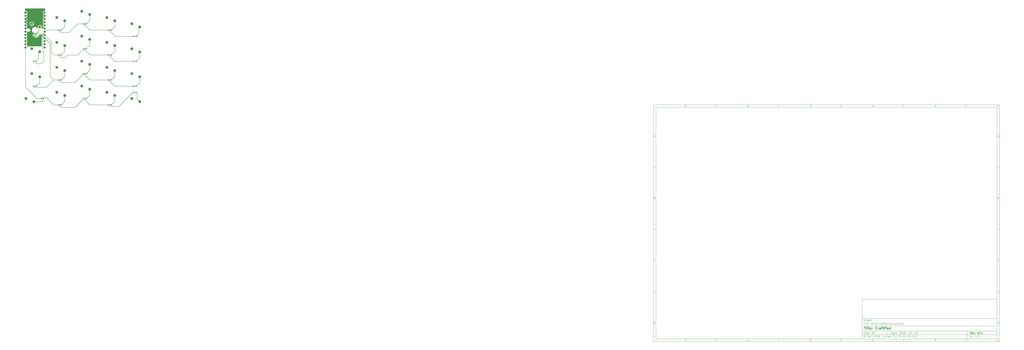
<source format=gbr>
%TF.GenerationSoftware,KiCad,Pcbnew,(5.1.9-0-10_14)*%
%TF.CreationDate,2021-04-02T00:26:10+08:00*%
%TF.ProjectId,MinecraftPad,4d696e65-6372-4616-9674-5061642e6b69,v0.1*%
%TF.SameCoordinates,Original*%
%TF.FileFunction,Copper,L1,Top*%
%TF.FilePolarity,Positive*%
%FSLAX46Y46*%
G04 Gerber Fmt 4.6, Leading zero omitted, Abs format (unit mm)*
G04 Created by KiCad (PCBNEW (5.1.9-0-10_14)) date 2021-04-02 00:26:10*
%MOMM*%
%LPD*%
G01*
G04 APERTURE LIST*
%ADD10C,0.100000*%
%ADD11C,0.150000*%
%ADD12C,0.300000*%
%ADD13C,0.400000*%
%TA.AperFunction,ComponentPad*%
%ADD14C,2.200000*%
%TD*%
%TA.AperFunction,ComponentPad*%
%ADD15C,1.752600*%
%TD*%
%TA.AperFunction,ComponentPad*%
%ADD16R,1.752600X1.752600*%
%TD*%
%TA.AperFunction,Conductor*%
%ADD17C,0.250000*%
%TD*%
%TA.AperFunction,Conductor*%
%ADD18C,0.254000*%
%TD*%
%TA.AperFunction,Conductor*%
%ADD19C,0.100000*%
%TD*%
G04 APERTURE END LIST*
D10*
D11*
X177002200Y-166007200D02*
X177002200Y-198007200D01*
X285002200Y-198007200D01*
X285002200Y-166007200D01*
X177002200Y-166007200D01*
D10*
D11*
X10000000Y-10000000D02*
X10000000Y-200007200D01*
X287002200Y-200007200D01*
X287002200Y-10000000D01*
X10000000Y-10000000D01*
D10*
D11*
X12000000Y-12000000D02*
X12000000Y-198007200D01*
X285002200Y-198007200D01*
X285002200Y-12000000D01*
X12000000Y-12000000D01*
D10*
D11*
X60000000Y-12000000D02*
X60000000Y-10000000D01*
D10*
D11*
X110000000Y-12000000D02*
X110000000Y-10000000D01*
D10*
D11*
X160000000Y-12000000D02*
X160000000Y-10000000D01*
D10*
D11*
X210000000Y-12000000D02*
X210000000Y-10000000D01*
D10*
D11*
X260000000Y-12000000D02*
X260000000Y-10000000D01*
D10*
D11*
X36065476Y-11588095D02*
X35322619Y-11588095D01*
X35694047Y-11588095D02*
X35694047Y-10288095D01*
X35570238Y-10473809D01*
X35446428Y-10597619D01*
X35322619Y-10659523D01*
D10*
D11*
X85322619Y-10411904D02*
X85384523Y-10350000D01*
X85508333Y-10288095D01*
X85817857Y-10288095D01*
X85941666Y-10350000D01*
X86003571Y-10411904D01*
X86065476Y-10535714D01*
X86065476Y-10659523D01*
X86003571Y-10845238D01*
X85260714Y-11588095D01*
X86065476Y-11588095D01*
D10*
D11*
X135260714Y-10288095D02*
X136065476Y-10288095D01*
X135632142Y-10783333D01*
X135817857Y-10783333D01*
X135941666Y-10845238D01*
X136003571Y-10907142D01*
X136065476Y-11030952D01*
X136065476Y-11340476D01*
X136003571Y-11464285D01*
X135941666Y-11526190D01*
X135817857Y-11588095D01*
X135446428Y-11588095D01*
X135322619Y-11526190D01*
X135260714Y-11464285D01*
D10*
D11*
X185941666Y-10721428D02*
X185941666Y-11588095D01*
X185632142Y-10226190D02*
X185322619Y-11154761D01*
X186127380Y-11154761D01*
D10*
D11*
X236003571Y-10288095D02*
X235384523Y-10288095D01*
X235322619Y-10907142D01*
X235384523Y-10845238D01*
X235508333Y-10783333D01*
X235817857Y-10783333D01*
X235941666Y-10845238D01*
X236003571Y-10907142D01*
X236065476Y-11030952D01*
X236065476Y-11340476D01*
X236003571Y-11464285D01*
X235941666Y-11526190D01*
X235817857Y-11588095D01*
X235508333Y-11588095D01*
X235384523Y-11526190D01*
X235322619Y-11464285D01*
D10*
D11*
X285941666Y-10288095D02*
X285694047Y-10288095D01*
X285570238Y-10350000D01*
X285508333Y-10411904D01*
X285384523Y-10597619D01*
X285322619Y-10845238D01*
X285322619Y-11340476D01*
X285384523Y-11464285D01*
X285446428Y-11526190D01*
X285570238Y-11588095D01*
X285817857Y-11588095D01*
X285941666Y-11526190D01*
X286003571Y-11464285D01*
X286065476Y-11340476D01*
X286065476Y-11030952D01*
X286003571Y-10907142D01*
X285941666Y-10845238D01*
X285817857Y-10783333D01*
X285570238Y-10783333D01*
X285446428Y-10845238D01*
X285384523Y-10907142D01*
X285322619Y-11030952D01*
D10*
D11*
X60000000Y-198007200D02*
X60000000Y-200007200D01*
D10*
D11*
X110000000Y-198007200D02*
X110000000Y-200007200D01*
D10*
D11*
X160000000Y-198007200D02*
X160000000Y-200007200D01*
D10*
D11*
X210000000Y-198007200D02*
X210000000Y-200007200D01*
D10*
D11*
X260000000Y-198007200D02*
X260000000Y-200007200D01*
D10*
D11*
X36065476Y-199595295D02*
X35322619Y-199595295D01*
X35694047Y-199595295D02*
X35694047Y-198295295D01*
X35570238Y-198481009D01*
X35446428Y-198604819D01*
X35322619Y-198666723D01*
D10*
D11*
X85322619Y-198419104D02*
X85384523Y-198357200D01*
X85508333Y-198295295D01*
X85817857Y-198295295D01*
X85941666Y-198357200D01*
X86003571Y-198419104D01*
X86065476Y-198542914D01*
X86065476Y-198666723D01*
X86003571Y-198852438D01*
X85260714Y-199595295D01*
X86065476Y-199595295D01*
D10*
D11*
X135260714Y-198295295D02*
X136065476Y-198295295D01*
X135632142Y-198790533D01*
X135817857Y-198790533D01*
X135941666Y-198852438D01*
X136003571Y-198914342D01*
X136065476Y-199038152D01*
X136065476Y-199347676D01*
X136003571Y-199471485D01*
X135941666Y-199533390D01*
X135817857Y-199595295D01*
X135446428Y-199595295D01*
X135322619Y-199533390D01*
X135260714Y-199471485D01*
D10*
D11*
X185941666Y-198728628D02*
X185941666Y-199595295D01*
X185632142Y-198233390D02*
X185322619Y-199161961D01*
X186127380Y-199161961D01*
D10*
D11*
X236003571Y-198295295D02*
X235384523Y-198295295D01*
X235322619Y-198914342D01*
X235384523Y-198852438D01*
X235508333Y-198790533D01*
X235817857Y-198790533D01*
X235941666Y-198852438D01*
X236003571Y-198914342D01*
X236065476Y-199038152D01*
X236065476Y-199347676D01*
X236003571Y-199471485D01*
X235941666Y-199533390D01*
X235817857Y-199595295D01*
X235508333Y-199595295D01*
X235384523Y-199533390D01*
X235322619Y-199471485D01*
D10*
D11*
X285941666Y-198295295D02*
X285694047Y-198295295D01*
X285570238Y-198357200D01*
X285508333Y-198419104D01*
X285384523Y-198604819D01*
X285322619Y-198852438D01*
X285322619Y-199347676D01*
X285384523Y-199471485D01*
X285446428Y-199533390D01*
X285570238Y-199595295D01*
X285817857Y-199595295D01*
X285941666Y-199533390D01*
X286003571Y-199471485D01*
X286065476Y-199347676D01*
X286065476Y-199038152D01*
X286003571Y-198914342D01*
X285941666Y-198852438D01*
X285817857Y-198790533D01*
X285570238Y-198790533D01*
X285446428Y-198852438D01*
X285384523Y-198914342D01*
X285322619Y-199038152D01*
D10*
D11*
X10000000Y-60000000D02*
X12000000Y-60000000D01*
D10*
D11*
X10000000Y-110000000D02*
X12000000Y-110000000D01*
D10*
D11*
X10000000Y-160000000D02*
X12000000Y-160000000D01*
D10*
D11*
X10690476Y-35216666D02*
X11309523Y-35216666D01*
X10566666Y-35588095D02*
X11000000Y-34288095D01*
X11433333Y-35588095D01*
D10*
D11*
X11092857Y-84907142D02*
X11278571Y-84969047D01*
X11340476Y-85030952D01*
X11402380Y-85154761D01*
X11402380Y-85340476D01*
X11340476Y-85464285D01*
X11278571Y-85526190D01*
X11154761Y-85588095D01*
X10659523Y-85588095D01*
X10659523Y-84288095D01*
X11092857Y-84288095D01*
X11216666Y-84350000D01*
X11278571Y-84411904D01*
X11340476Y-84535714D01*
X11340476Y-84659523D01*
X11278571Y-84783333D01*
X11216666Y-84845238D01*
X11092857Y-84907142D01*
X10659523Y-84907142D01*
D10*
D11*
X11402380Y-135464285D02*
X11340476Y-135526190D01*
X11154761Y-135588095D01*
X11030952Y-135588095D01*
X10845238Y-135526190D01*
X10721428Y-135402380D01*
X10659523Y-135278571D01*
X10597619Y-135030952D01*
X10597619Y-134845238D01*
X10659523Y-134597619D01*
X10721428Y-134473809D01*
X10845238Y-134350000D01*
X11030952Y-134288095D01*
X11154761Y-134288095D01*
X11340476Y-134350000D01*
X11402380Y-134411904D01*
D10*
D11*
X10659523Y-185588095D02*
X10659523Y-184288095D01*
X10969047Y-184288095D01*
X11154761Y-184350000D01*
X11278571Y-184473809D01*
X11340476Y-184597619D01*
X11402380Y-184845238D01*
X11402380Y-185030952D01*
X11340476Y-185278571D01*
X11278571Y-185402380D01*
X11154761Y-185526190D01*
X10969047Y-185588095D01*
X10659523Y-185588095D01*
D10*
D11*
X287002200Y-60000000D02*
X285002200Y-60000000D01*
D10*
D11*
X287002200Y-110000000D02*
X285002200Y-110000000D01*
D10*
D11*
X287002200Y-160000000D02*
X285002200Y-160000000D01*
D10*
D11*
X285692676Y-35216666D02*
X286311723Y-35216666D01*
X285568866Y-35588095D02*
X286002200Y-34288095D01*
X286435533Y-35588095D01*
D10*
D11*
X286095057Y-84907142D02*
X286280771Y-84969047D01*
X286342676Y-85030952D01*
X286404580Y-85154761D01*
X286404580Y-85340476D01*
X286342676Y-85464285D01*
X286280771Y-85526190D01*
X286156961Y-85588095D01*
X285661723Y-85588095D01*
X285661723Y-84288095D01*
X286095057Y-84288095D01*
X286218866Y-84350000D01*
X286280771Y-84411904D01*
X286342676Y-84535714D01*
X286342676Y-84659523D01*
X286280771Y-84783333D01*
X286218866Y-84845238D01*
X286095057Y-84907142D01*
X285661723Y-84907142D01*
D10*
D11*
X286404580Y-135464285D02*
X286342676Y-135526190D01*
X286156961Y-135588095D01*
X286033152Y-135588095D01*
X285847438Y-135526190D01*
X285723628Y-135402380D01*
X285661723Y-135278571D01*
X285599819Y-135030952D01*
X285599819Y-134845238D01*
X285661723Y-134597619D01*
X285723628Y-134473809D01*
X285847438Y-134350000D01*
X286033152Y-134288095D01*
X286156961Y-134288095D01*
X286342676Y-134350000D01*
X286404580Y-134411904D01*
D10*
D11*
X285661723Y-185588095D02*
X285661723Y-184288095D01*
X285971247Y-184288095D01*
X286156961Y-184350000D01*
X286280771Y-184473809D01*
X286342676Y-184597619D01*
X286404580Y-184845238D01*
X286404580Y-185030952D01*
X286342676Y-185278571D01*
X286280771Y-185402380D01*
X286156961Y-185526190D01*
X285971247Y-185588095D01*
X285661723Y-185588095D01*
D10*
D11*
X200434342Y-193785771D02*
X200434342Y-192285771D01*
X200791485Y-192285771D01*
X201005771Y-192357200D01*
X201148628Y-192500057D01*
X201220057Y-192642914D01*
X201291485Y-192928628D01*
X201291485Y-193142914D01*
X201220057Y-193428628D01*
X201148628Y-193571485D01*
X201005771Y-193714342D01*
X200791485Y-193785771D01*
X200434342Y-193785771D01*
X202577200Y-193785771D02*
X202577200Y-193000057D01*
X202505771Y-192857200D01*
X202362914Y-192785771D01*
X202077200Y-192785771D01*
X201934342Y-192857200D01*
X202577200Y-193714342D02*
X202434342Y-193785771D01*
X202077200Y-193785771D01*
X201934342Y-193714342D01*
X201862914Y-193571485D01*
X201862914Y-193428628D01*
X201934342Y-193285771D01*
X202077200Y-193214342D01*
X202434342Y-193214342D01*
X202577200Y-193142914D01*
X203077200Y-192785771D02*
X203648628Y-192785771D01*
X203291485Y-192285771D02*
X203291485Y-193571485D01*
X203362914Y-193714342D01*
X203505771Y-193785771D01*
X203648628Y-193785771D01*
X204720057Y-193714342D02*
X204577200Y-193785771D01*
X204291485Y-193785771D01*
X204148628Y-193714342D01*
X204077200Y-193571485D01*
X204077200Y-193000057D01*
X204148628Y-192857200D01*
X204291485Y-192785771D01*
X204577200Y-192785771D01*
X204720057Y-192857200D01*
X204791485Y-193000057D01*
X204791485Y-193142914D01*
X204077200Y-193285771D01*
X205434342Y-193642914D02*
X205505771Y-193714342D01*
X205434342Y-193785771D01*
X205362914Y-193714342D01*
X205434342Y-193642914D01*
X205434342Y-193785771D01*
X205434342Y-192857200D02*
X205505771Y-192928628D01*
X205434342Y-193000057D01*
X205362914Y-192928628D01*
X205434342Y-192857200D01*
X205434342Y-193000057D01*
X207220057Y-192428628D02*
X207291485Y-192357200D01*
X207434342Y-192285771D01*
X207791485Y-192285771D01*
X207934342Y-192357200D01*
X208005771Y-192428628D01*
X208077200Y-192571485D01*
X208077200Y-192714342D01*
X208005771Y-192928628D01*
X207148628Y-193785771D01*
X208077200Y-193785771D01*
X209005771Y-192285771D02*
X209148628Y-192285771D01*
X209291485Y-192357200D01*
X209362914Y-192428628D01*
X209434342Y-192571485D01*
X209505771Y-192857200D01*
X209505771Y-193214342D01*
X209434342Y-193500057D01*
X209362914Y-193642914D01*
X209291485Y-193714342D01*
X209148628Y-193785771D01*
X209005771Y-193785771D01*
X208862914Y-193714342D01*
X208791485Y-193642914D01*
X208720057Y-193500057D01*
X208648628Y-193214342D01*
X208648628Y-192857200D01*
X208720057Y-192571485D01*
X208791485Y-192428628D01*
X208862914Y-192357200D01*
X209005771Y-192285771D01*
X210077200Y-192428628D02*
X210148628Y-192357200D01*
X210291485Y-192285771D01*
X210648628Y-192285771D01*
X210791485Y-192357200D01*
X210862914Y-192428628D01*
X210934342Y-192571485D01*
X210934342Y-192714342D01*
X210862914Y-192928628D01*
X210005771Y-193785771D01*
X210934342Y-193785771D01*
X212362914Y-193785771D02*
X211505771Y-193785771D01*
X211934342Y-193785771D02*
X211934342Y-192285771D01*
X211791485Y-192500057D01*
X211648628Y-192642914D01*
X211505771Y-192714342D01*
X213005771Y-193214342D02*
X214148628Y-193214342D01*
X215148628Y-192285771D02*
X215291485Y-192285771D01*
X215434342Y-192357200D01*
X215505771Y-192428628D01*
X215577200Y-192571485D01*
X215648628Y-192857200D01*
X215648628Y-193214342D01*
X215577200Y-193500057D01*
X215505771Y-193642914D01*
X215434342Y-193714342D01*
X215291485Y-193785771D01*
X215148628Y-193785771D01*
X215005771Y-193714342D01*
X214934342Y-193642914D01*
X214862914Y-193500057D01*
X214791485Y-193214342D01*
X214791485Y-192857200D01*
X214862914Y-192571485D01*
X214934342Y-192428628D01*
X215005771Y-192357200D01*
X215148628Y-192285771D01*
X216934342Y-192785771D02*
X216934342Y-193785771D01*
X216577200Y-192214342D02*
X216220057Y-193285771D01*
X217148628Y-193285771D01*
X217720057Y-193214342D02*
X218862914Y-193214342D01*
X219862914Y-192285771D02*
X220005771Y-192285771D01*
X220148628Y-192357200D01*
X220220057Y-192428628D01*
X220291485Y-192571485D01*
X220362914Y-192857200D01*
X220362914Y-193214342D01*
X220291485Y-193500057D01*
X220220057Y-193642914D01*
X220148628Y-193714342D01*
X220005771Y-193785771D01*
X219862914Y-193785771D01*
X219720057Y-193714342D01*
X219648628Y-193642914D01*
X219577200Y-193500057D01*
X219505771Y-193214342D01*
X219505771Y-192857200D01*
X219577200Y-192571485D01*
X219648628Y-192428628D01*
X219720057Y-192357200D01*
X219862914Y-192285771D01*
X221791485Y-193785771D02*
X220934342Y-193785771D01*
X221362914Y-193785771D02*
X221362914Y-192285771D01*
X221220057Y-192500057D01*
X221077200Y-192642914D01*
X220934342Y-192714342D01*
D10*
D11*
X177002200Y-194507200D02*
X285002200Y-194507200D01*
D10*
D11*
X178434342Y-196585771D02*
X178434342Y-195085771D01*
X179291485Y-196585771D02*
X178648628Y-195728628D01*
X179291485Y-195085771D02*
X178434342Y-195942914D01*
X179934342Y-196585771D02*
X179934342Y-195585771D01*
X179934342Y-195085771D02*
X179862914Y-195157200D01*
X179934342Y-195228628D01*
X180005771Y-195157200D01*
X179934342Y-195085771D01*
X179934342Y-195228628D01*
X181505771Y-196442914D02*
X181434342Y-196514342D01*
X181220057Y-196585771D01*
X181077200Y-196585771D01*
X180862914Y-196514342D01*
X180720057Y-196371485D01*
X180648628Y-196228628D01*
X180577200Y-195942914D01*
X180577200Y-195728628D01*
X180648628Y-195442914D01*
X180720057Y-195300057D01*
X180862914Y-195157200D01*
X181077200Y-195085771D01*
X181220057Y-195085771D01*
X181434342Y-195157200D01*
X181505771Y-195228628D01*
X182791485Y-196585771D02*
X182791485Y-195800057D01*
X182720057Y-195657200D01*
X182577200Y-195585771D01*
X182291485Y-195585771D01*
X182148628Y-195657200D01*
X182791485Y-196514342D02*
X182648628Y-196585771D01*
X182291485Y-196585771D01*
X182148628Y-196514342D01*
X182077200Y-196371485D01*
X182077200Y-196228628D01*
X182148628Y-196085771D01*
X182291485Y-196014342D01*
X182648628Y-196014342D01*
X182791485Y-195942914D01*
X184148628Y-196585771D02*
X184148628Y-195085771D01*
X184148628Y-196514342D02*
X184005771Y-196585771D01*
X183720057Y-196585771D01*
X183577200Y-196514342D01*
X183505771Y-196442914D01*
X183434342Y-196300057D01*
X183434342Y-195871485D01*
X183505771Y-195728628D01*
X183577200Y-195657200D01*
X183720057Y-195585771D01*
X184005771Y-195585771D01*
X184148628Y-195657200D01*
X186005771Y-195800057D02*
X186505771Y-195800057D01*
X186720057Y-196585771D02*
X186005771Y-196585771D01*
X186005771Y-195085771D01*
X186720057Y-195085771D01*
X187362914Y-196442914D02*
X187434342Y-196514342D01*
X187362914Y-196585771D01*
X187291485Y-196514342D01*
X187362914Y-196442914D01*
X187362914Y-196585771D01*
X188077200Y-196585771D02*
X188077200Y-195085771D01*
X188434342Y-195085771D01*
X188648628Y-195157200D01*
X188791485Y-195300057D01*
X188862914Y-195442914D01*
X188934342Y-195728628D01*
X188934342Y-195942914D01*
X188862914Y-196228628D01*
X188791485Y-196371485D01*
X188648628Y-196514342D01*
X188434342Y-196585771D01*
X188077200Y-196585771D01*
X189577200Y-196442914D02*
X189648628Y-196514342D01*
X189577200Y-196585771D01*
X189505771Y-196514342D01*
X189577200Y-196442914D01*
X189577200Y-196585771D01*
X190220057Y-196157200D02*
X190934342Y-196157200D01*
X190077200Y-196585771D02*
X190577200Y-195085771D01*
X191077200Y-196585771D01*
X191577200Y-196442914D02*
X191648628Y-196514342D01*
X191577200Y-196585771D01*
X191505771Y-196514342D01*
X191577200Y-196442914D01*
X191577200Y-196585771D01*
X194577200Y-196585771D02*
X194577200Y-195085771D01*
X194720057Y-196014342D02*
X195148628Y-196585771D01*
X195148628Y-195585771D02*
X194577200Y-196157200D01*
X195791485Y-196585771D02*
X195791485Y-195585771D01*
X195791485Y-195085771D02*
X195720057Y-195157200D01*
X195791485Y-195228628D01*
X195862914Y-195157200D01*
X195791485Y-195085771D01*
X195791485Y-195228628D01*
X197148628Y-196514342D02*
X197005771Y-196585771D01*
X196720057Y-196585771D01*
X196577200Y-196514342D01*
X196505771Y-196442914D01*
X196434342Y-196300057D01*
X196434342Y-195871485D01*
X196505771Y-195728628D01*
X196577200Y-195657200D01*
X196720057Y-195585771D01*
X197005771Y-195585771D01*
X197148628Y-195657200D01*
X198434342Y-196585771D02*
X198434342Y-195800057D01*
X198362914Y-195657200D01*
X198220057Y-195585771D01*
X197934342Y-195585771D01*
X197791485Y-195657200D01*
X198434342Y-196514342D02*
X198291485Y-196585771D01*
X197934342Y-196585771D01*
X197791485Y-196514342D01*
X197720057Y-196371485D01*
X197720057Y-196228628D01*
X197791485Y-196085771D01*
X197934342Y-196014342D01*
X198291485Y-196014342D01*
X198434342Y-195942914D01*
X199791485Y-196585771D02*
X199791485Y-195085771D01*
X199791485Y-196514342D02*
X199648628Y-196585771D01*
X199362914Y-196585771D01*
X199220057Y-196514342D01*
X199148628Y-196442914D01*
X199077200Y-196300057D01*
X199077200Y-195871485D01*
X199148628Y-195728628D01*
X199220057Y-195657200D01*
X199362914Y-195585771D01*
X199648628Y-195585771D01*
X199791485Y-195657200D01*
X202077200Y-197157200D02*
X202005771Y-197085771D01*
X201862914Y-196871485D01*
X201791485Y-196728628D01*
X201720057Y-196514342D01*
X201648628Y-196157200D01*
X201648628Y-195871485D01*
X201720057Y-195514342D01*
X201791485Y-195300057D01*
X201862914Y-195157200D01*
X202005771Y-194942914D01*
X202077200Y-194871485D01*
X203362914Y-195085771D02*
X202648628Y-195085771D01*
X202577200Y-195800057D01*
X202648628Y-195728628D01*
X202791485Y-195657200D01*
X203148628Y-195657200D01*
X203291485Y-195728628D01*
X203362914Y-195800057D01*
X203434342Y-195942914D01*
X203434342Y-196300057D01*
X203362914Y-196442914D01*
X203291485Y-196514342D01*
X203148628Y-196585771D01*
X202791485Y-196585771D01*
X202648628Y-196514342D01*
X202577200Y-196442914D01*
X204077200Y-196442914D02*
X204148628Y-196514342D01*
X204077200Y-196585771D01*
X204005771Y-196514342D01*
X204077200Y-196442914D01*
X204077200Y-196585771D01*
X205577200Y-196585771D02*
X204720057Y-196585771D01*
X205148628Y-196585771D02*
X205148628Y-195085771D01*
X205005771Y-195300057D01*
X204862914Y-195442914D01*
X204720057Y-195514342D01*
X206220057Y-196442914D02*
X206291485Y-196514342D01*
X206220057Y-196585771D01*
X206148628Y-196514342D01*
X206220057Y-196442914D01*
X206220057Y-196585771D01*
X207005771Y-196585771D02*
X207291485Y-196585771D01*
X207434342Y-196514342D01*
X207505771Y-196442914D01*
X207648628Y-196228628D01*
X207720057Y-195942914D01*
X207720057Y-195371485D01*
X207648628Y-195228628D01*
X207577200Y-195157200D01*
X207434342Y-195085771D01*
X207148628Y-195085771D01*
X207005771Y-195157200D01*
X206934342Y-195228628D01*
X206862914Y-195371485D01*
X206862914Y-195728628D01*
X206934342Y-195871485D01*
X207005771Y-195942914D01*
X207148628Y-196014342D01*
X207434342Y-196014342D01*
X207577200Y-195942914D01*
X207648628Y-195871485D01*
X207720057Y-195728628D01*
X208362914Y-196014342D02*
X209505771Y-196014342D01*
X210505771Y-195085771D02*
X210648628Y-195085771D01*
X210791485Y-195157200D01*
X210862914Y-195228628D01*
X210934342Y-195371485D01*
X211005771Y-195657200D01*
X211005771Y-196014342D01*
X210934342Y-196300057D01*
X210862914Y-196442914D01*
X210791485Y-196514342D01*
X210648628Y-196585771D01*
X210505771Y-196585771D01*
X210362914Y-196514342D01*
X210291485Y-196442914D01*
X210220057Y-196300057D01*
X210148628Y-196014342D01*
X210148628Y-195657200D01*
X210220057Y-195371485D01*
X210291485Y-195228628D01*
X210362914Y-195157200D01*
X210505771Y-195085771D01*
X211648628Y-196014342D02*
X212791485Y-196014342D01*
X214291485Y-196585771D02*
X213434342Y-196585771D01*
X213862914Y-196585771D02*
X213862914Y-195085771D01*
X213720057Y-195300057D01*
X213577200Y-195442914D01*
X213434342Y-195514342D01*
X215220057Y-195085771D02*
X215362914Y-195085771D01*
X215505771Y-195157200D01*
X215577200Y-195228628D01*
X215648628Y-195371485D01*
X215720057Y-195657200D01*
X215720057Y-196014342D01*
X215648628Y-196300057D01*
X215577200Y-196442914D01*
X215505771Y-196514342D01*
X215362914Y-196585771D01*
X215220057Y-196585771D01*
X215077200Y-196514342D01*
X215005771Y-196442914D01*
X214934342Y-196300057D01*
X214862914Y-196014342D01*
X214862914Y-195657200D01*
X214934342Y-195371485D01*
X215005771Y-195228628D01*
X215077200Y-195157200D01*
X215220057Y-195085771D01*
X216005771Y-196728628D02*
X217148628Y-196728628D01*
X218291485Y-196585771D02*
X217434342Y-196585771D01*
X217862914Y-196585771D02*
X217862914Y-195085771D01*
X217720057Y-195300057D01*
X217577200Y-195442914D01*
X217434342Y-195514342D01*
X219577200Y-195585771D02*
X219577200Y-196585771D01*
X219220057Y-195014342D02*
X218862914Y-196085771D01*
X219791485Y-196085771D01*
X220220057Y-197157200D02*
X220291485Y-197085771D01*
X220434342Y-196871485D01*
X220505771Y-196728628D01*
X220577200Y-196514342D01*
X220648628Y-196157200D01*
X220648628Y-195871485D01*
X220577200Y-195514342D01*
X220505771Y-195300057D01*
X220434342Y-195157200D01*
X220291485Y-194942914D01*
X220220057Y-194871485D01*
D10*
D11*
X177002200Y-191507200D02*
X285002200Y-191507200D01*
D10*
D12*
X264411485Y-193785771D02*
X263911485Y-193071485D01*
X263554342Y-193785771D02*
X263554342Y-192285771D01*
X264125771Y-192285771D01*
X264268628Y-192357200D01*
X264340057Y-192428628D01*
X264411485Y-192571485D01*
X264411485Y-192785771D01*
X264340057Y-192928628D01*
X264268628Y-193000057D01*
X264125771Y-193071485D01*
X263554342Y-193071485D01*
X265625771Y-193714342D02*
X265482914Y-193785771D01*
X265197200Y-193785771D01*
X265054342Y-193714342D01*
X264982914Y-193571485D01*
X264982914Y-193000057D01*
X265054342Y-192857200D01*
X265197200Y-192785771D01*
X265482914Y-192785771D01*
X265625771Y-192857200D01*
X265697200Y-193000057D01*
X265697200Y-193142914D01*
X264982914Y-193285771D01*
X266197200Y-192785771D02*
X266554342Y-193785771D01*
X266911485Y-192785771D01*
X267482914Y-193642914D02*
X267554342Y-193714342D01*
X267482914Y-193785771D01*
X267411485Y-193714342D01*
X267482914Y-193642914D01*
X267482914Y-193785771D01*
X267482914Y-192857200D02*
X267554342Y-192928628D01*
X267482914Y-193000057D01*
X267411485Y-192928628D01*
X267482914Y-192857200D01*
X267482914Y-193000057D01*
X269197200Y-192785771D02*
X269554342Y-193785771D01*
X269911485Y-192785771D01*
X270768628Y-192285771D02*
X270911485Y-192285771D01*
X271054342Y-192357200D01*
X271125771Y-192428628D01*
X271197200Y-192571485D01*
X271268628Y-192857200D01*
X271268628Y-193214342D01*
X271197200Y-193500057D01*
X271125771Y-193642914D01*
X271054342Y-193714342D01*
X270911485Y-193785771D01*
X270768628Y-193785771D01*
X270625771Y-193714342D01*
X270554342Y-193642914D01*
X270482914Y-193500057D01*
X270411485Y-193214342D01*
X270411485Y-192857200D01*
X270482914Y-192571485D01*
X270554342Y-192428628D01*
X270625771Y-192357200D01*
X270768628Y-192285771D01*
X271911485Y-193642914D02*
X271982914Y-193714342D01*
X271911485Y-193785771D01*
X271840057Y-193714342D01*
X271911485Y-193642914D01*
X271911485Y-193785771D01*
X273411485Y-193785771D02*
X272554342Y-193785771D01*
X272982914Y-193785771D02*
X272982914Y-192285771D01*
X272840057Y-192500057D01*
X272697200Y-192642914D01*
X272554342Y-192714342D01*
D10*
D11*
X178362914Y-193714342D02*
X178577200Y-193785771D01*
X178934342Y-193785771D01*
X179077200Y-193714342D01*
X179148628Y-193642914D01*
X179220057Y-193500057D01*
X179220057Y-193357200D01*
X179148628Y-193214342D01*
X179077200Y-193142914D01*
X178934342Y-193071485D01*
X178648628Y-193000057D01*
X178505771Y-192928628D01*
X178434342Y-192857200D01*
X178362914Y-192714342D01*
X178362914Y-192571485D01*
X178434342Y-192428628D01*
X178505771Y-192357200D01*
X178648628Y-192285771D01*
X179005771Y-192285771D01*
X179220057Y-192357200D01*
X179862914Y-193785771D02*
X179862914Y-192785771D01*
X179862914Y-192285771D02*
X179791485Y-192357200D01*
X179862914Y-192428628D01*
X179934342Y-192357200D01*
X179862914Y-192285771D01*
X179862914Y-192428628D01*
X180434342Y-192785771D02*
X181220057Y-192785771D01*
X180434342Y-193785771D01*
X181220057Y-193785771D01*
X182362914Y-193714342D02*
X182220057Y-193785771D01*
X181934342Y-193785771D01*
X181791485Y-193714342D01*
X181720057Y-193571485D01*
X181720057Y-193000057D01*
X181791485Y-192857200D01*
X181934342Y-192785771D01*
X182220057Y-192785771D01*
X182362914Y-192857200D01*
X182434342Y-193000057D01*
X182434342Y-193142914D01*
X181720057Y-193285771D01*
X183077200Y-193642914D02*
X183148628Y-193714342D01*
X183077200Y-193785771D01*
X183005771Y-193714342D01*
X183077200Y-193642914D01*
X183077200Y-193785771D01*
X183077200Y-192857200D02*
X183148628Y-192928628D01*
X183077200Y-193000057D01*
X183005771Y-192928628D01*
X183077200Y-192857200D01*
X183077200Y-193000057D01*
X184862914Y-193357200D02*
X185577200Y-193357200D01*
X184720057Y-193785771D02*
X185220057Y-192285771D01*
X185720057Y-193785771D01*
X186862914Y-192785771D02*
X186862914Y-193785771D01*
X186505771Y-192214342D02*
X186148628Y-193285771D01*
X187077200Y-193285771D01*
D10*
D11*
X263434342Y-196585771D02*
X263434342Y-195085771D01*
X264791485Y-196585771D02*
X264791485Y-195085771D01*
X264791485Y-196514342D02*
X264648628Y-196585771D01*
X264362914Y-196585771D01*
X264220057Y-196514342D01*
X264148628Y-196442914D01*
X264077200Y-196300057D01*
X264077200Y-195871485D01*
X264148628Y-195728628D01*
X264220057Y-195657200D01*
X264362914Y-195585771D01*
X264648628Y-195585771D01*
X264791485Y-195657200D01*
X265505771Y-196442914D02*
X265577200Y-196514342D01*
X265505771Y-196585771D01*
X265434342Y-196514342D01*
X265505771Y-196442914D01*
X265505771Y-196585771D01*
X265505771Y-195657200D02*
X265577200Y-195728628D01*
X265505771Y-195800057D01*
X265434342Y-195728628D01*
X265505771Y-195657200D01*
X265505771Y-195800057D01*
X268148628Y-196585771D02*
X267291485Y-196585771D01*
X267720057Y-196585771D02*
X267720057Y-195085771D01*
X267577200Y-195300057D01*
X267434342Y-195442914D01*
X267291485Y-195514342D01*
X269862914Y-195014342D02*
X268577200Y-196942914D01*
X271148628Y-196585771D02*
X270291485Y-196585771D01*
X270720057Y-196585771D02*
X270720057Y-195085771D01*
X270577200Y-195300057D01*
X270434342Y-195442914D01*
X270291485Y-195514342D01*
D10*
D11*
X177002200Y-187507200D02*
X285002200Y-187507200D01*
D10*
D13*
X178714580Y-188211961D02*
X179857438Y-188211961D01*
X179036009Y-190211961D02*
X179286009Y-188211961D01*
X180274104Y-190211961D02*
X180440771Y-188878628D01*
X180524104Y-188211961D02*
X180416961Y-188307200D01*
X180500295Y-188402438D01*
X180607438Y-188307200D01*
X180524104Y-188211961D01*
X180500295Y-188402438D01*
X181107438Y-188878628D02*
X181869342Y-188878628D01*
X181476485Y-188211961D02*
X181262200Y-189926247D01*
X181333628Y-190116723D01*
X181512200Y-190211961D01*
X181702676Y-190211961D01*
X182655057Y-190211961D02*
X182476485Y-190116723D01*
X182405057Y-189926247D01*
X182619342Y-188211961D01*
X184190771Y-190116723D02*
X183988390Y-190211961D01*
X183607438Y-190211961D01*
X183428866Y-190116723D01*
X183357438Y-189926247D01*
X183452676Y-189164342D01*
X183571723Y-188973866D01*
X183774104Y-188878628D01*
X184155057Y-188878628D01*
X184333628Y-188973866D01*
X184405057Y-189164342D01*
X184381247Y-189354819D01*
X183405057Y-189545295D01*
X185155057Y-190021485D02*
X185238390Y-190116723D01*
X185131247Y-190211961D01*
X185047914Y-190116723D01*
X185155057Y-190021485D01*
X185131247Y-190211961D01*
X185286009Y-188973866D02*
X185369342Y-189069104D01*
X185262200Y-189164342D01*
X185178866Y-189069104D01*
X185286009Y-188973866D01*
X185262200Y-189164342D01*
X188774104Y-190021485D02*
X188666961Y-190116723D01*
X188369342Y-190211961D01*
X188178866Y-190211961D01*
X187905057Y-190116723D01*
X187738390Y-189926247D01*
X187666961Y-189735771D01*
X187619342Y-189354819D01*
X187655057Y-189069104D01*
X187797914Y-188688152D01*
X187916961Y-188497676D01*
X188131247Y-188307200D01*
X188428866Y-188211961D01*
X188619342Y-188211961D01*
X188893152Y-188307200D01*
X188976485Y-188402438D01*
X189607438Y-190211961D02*
X189774104Y-188878628D01*
X189726485Y-189259580D02*
X189845533Y-189069104D01*
X189952676Y-188973866D01*
X190155057Y-188878628D01*
X190345533Y-188878628D01*
X191702676Y-190211961D02*
X191833628Y-189164342D01*
X191762200Y-188973866D01*
X191583628Y-188878628D01*
X191202676Y-188878628D01*
X191000295Y-188973866D01*
X191714580Y-190116723D02*
X191512200Y-190211961D01*
X191036009Y-190211961D01*
X190857438Y-190116723D01*
X190786009Y-189926247D01*
X190809819Y-189735771D01*
X190928866Y-189545295D01*
X191131247Y-189450057D01*
X191607438Y-189450057D01*
X191809819Y-189354819D01*
X192536009Y-188878628D02*
X193297914Y-188878628D01*
X192655057Y-190211961D02*
X192869342Y-188497676D01*
X192988390Y-188307200D01*
X193190771Y-188211961D01*
X193381247Y-188211961D01*
X193678866Y-188878628D02*
X194440771Y-188878628D01*
X194047914Y-188211961D02*
X193833628Y-189926247D01*
X193905057Y-190116723D01*
X194083628Y-190211961D01*
X194274104Y-190211961D01*
X194940771Y-190211961D02*
X195190771Y-188211961D01*
X195952676Y-188211961D01*
X196131247Y-188307200D01*
X196214580Y-188402438D01*
X196286009Y-188592914D01*
X196250295Y-188878628D01*
X196131247Y-189069104D01*
X196024104Y-189164342D01*
X195821723Y-189259580D01*
X195059819Y-189259580D01*
X197797914Y-190211961D02*
X197928866Y-189164342D01*
X197857438Y-188973866D01*
X197678866Y-188878628D01*
X197297914Y-188878628D01*
X197095533Y-188973866D01*
X197809819Y-190116723D02*
X197607438Y-190211961D01*
X197131247Y-190211961D01*
X196952676Y-190116723D01*
X196881247Y-189926247D01*
X196905057Y-189735771D01*
X197024104Y-189545295D01*
X197226485Y-189450057D01*
X197702676Y-189450057D01*
X197905057Y-189354819D01*
X199607438Y-190211961D02*
X199857438Y-188211961D01*
X199619342Y-190116723D02*
X199416961Y-190211961D01*
X199036009Y-190211961D01*
X198857438Y-190116723D01*
X198774104Y-190021485D01*
X198702676Y-189831009D01*
X198774104Y-189259580D01*
X198893152Y-189069104D01*
X199000295Y-188973866D01*
X199202676Y-188878628D01*
X199583628Y-188878628D01*
X199762200Y-188973866D01*
D10*
D11*
X178934342Y-185600057D02*
X178434342Y-185600057D01*
X178434342Y-186385771D02*
X178434342Y-184885771D01*
X179148628Y-184885771D01*
X179720057Y-186385771D02*
X179720057Y-185385771D01*
X179720057Y-184885771D02*
X179648628Y-184957200D01*
X179720057Y-185028628D01*
X179791485Y-184957200D01*
X179720057Y-184885771D01*
X179720057Y-185028628D01*
X180648628Y-186385771D02*
X180505771Y-186314342D01*
X180434342Y-186171485D01*
X180434342Y-184885771D01*
X181791485Y-186314342D02*
X181648628Y-186385771D01*
X181362914Y-186385771D01*
X181220057Y-186314342D01*
X181148628Y-186171485D01*
X181148628Y-185600057D01*
X181220057Y-185457200D01*
X181362914Y-185385771D01*
X181648628Y-185385771D01*
X181791485Y-185457200D01*
X181862914Y-185600057D01*
X181862914Y-185742914D01*
X181148628Y-185885771D01*
X182505771Y-186242914D02*
X182577200Y-186314342D01*
X182505771Y-186385771D01*
X182434342Y-186314342D01*
X182505771Y-186242914D01*
X182505771Y-186385771D01*
X182505771Y-185457200D02*
X182577200Y-185528628D01*
X182505771Y-185600057D01*
X182434342Y-185528628D01*
X182505771Y-185457200D01*
X182505771Y-185600057D01*
X184362914Y-186385771D02*
X184362914Y-184885771D01*
X184862914Y-185957200D01*
X185362914Y-184885771D01*
X185362914Y-186385771D01*
X186077200Y-186385771D02*
X186077200Y-185385771D01*
X186077200Y-184885771D02*
X186005771Y-184957200D01*
X186077200Y-185028628D01*
X186148628Y-184957200D01*
X186077200Y-184885771D01*
X186077200Y-185028628D01*
X186791485Y-185385771D02*
X186791485Y-186385771D01*
X186791485Y-185528628D02*
X186862914Y-185457200D01*
X187005771Y-185385771D01*
X187220057Y-185385771D01*
X187362914Y-185457200D01*
X187434342Y-185600057D01*
X187434342Y-186385771D01*
X188720057Y-186314342D02*
X188577200Y-186385771D01*
X188291485Y-186385771D01*
X188148628Y-186314342D01*
X188077200Y-186171485D01*
X188077200Y-185600057D01*
X188148628Y-185457200D01*
X188291485Y-185385771D01*
X188577200Y-185385771D01*
X188720057Y-185457200D01*
X188791485Y-185600057D01*
X188791485Y-185742914D01*
X188077200Y-185885771D01*
X190077200Y-186314342D02*
X189934342Y-186385771D01*
X189648628Y-186385771D01*
X189505771Y-186314342D01*
X189434342Y-186242914D01*
X189362914Y-186100057D01*
X189362914Y-185671485D01*
X189434342Y-185528628D01*
X189505771Y-185457200D01*
X189648628Y-185385771D01*
X189934342Y-185385771D01*
X190077200Y-185457200D01*
X190720057Y-186385771D02*
X190720057Y-185385771D01*
X190720057Y-185671485D02*
X190791485Y-185528628D01*
X190862914Y-185457200D01*
X191005771Y-185385771D01*
X191148628Y-185385771D01*
X192291485Y-186385771D02*
X192291485Y-185600057D01*
X192220057Y-185457200D01*
X192077200Y-185385771D01*
X191791485Y-185385771D01*
X191648628Y-185457200D01*
X192291485Y-186314342D02*
X192148628Y-186385771D01*
X191791485Y-186385771D01*
X191648628Y-186314342D01*
X191577200Y-186171485D01*
X191577200Y-186028628D01*
X191648628Y-185885771D01*
X191791485Y-185814342D01*
X192148628Y-185814342D01*
X192291485Y-185742914D01*
X192791485Y-185385771D02*
X193362914Y-185385771D01*
X193005771Y-186385771D02*
X193005771Y-185100057D01*
X193077200Y-184957200D01*
X193220057Y-184885771D01*
X193362914Y-184885771D01*
X193648628Y-185385771D02*
X194220057Y-185385771D01*
X193862914Y-184885771D02*
X193862914Y-186171485D01*
X193934342Y-186314342D01*
X194077200Y-186385771D01*
X194220057Y-186385771D01*
X194720057Y-186385771D02*
X194720057Y-184885771D01*
X195291485Y-184885771D01*
X195434342Y-184957200D01*
X195505771Y-185028628D01*
X195577200Y-185171485D01*
X195577200Y-185385771D01*
X195505771Y-185528628D01*
X195434342Y-185600057D01*
X195291485Y-185671485D01*
X194720057Y-185671485D01*
X196862914Y-186385771D02*
X196862914Y-185600057D01*
X196791485Y-185457200D01*
X196648628Y-185385771D01*
X196362914Y-185385771D01*
X196220057Y-185457200D01*
X196862914Y-186314342D02*
X196720057Y-186385771D01*
X196362914Y-186385771D01*
X196220057Y-186314342D01*
X196148628Y-186171485D01*
X196148628Y-186028628D01*
X196220057Y-185885771D01*
X196362914Y-185814342D01*
X196720057Y-185814342D01*
X196862914Y-185742914D01*
X198220057Y-186385771D02*
X198220057Y-184885771D01*
X198220057Y-186314342D02*
X198077200Y-186385771D01*
X197791485Y-186385771D01*
X197648628Y-186314342D01*
X197577200Y-186242914D01*
X197505771Y-186100057D01*
X197505771Y-185671485D01*
X197577200Y-185528628D01*
X197648628Y-185457200D01*
X197791485Y-185385771D01*
X198077200Y-185385771D01*
X198220057Y-185457200D01*
X198934342Y-186242914D02*
X199005771Y-186314342D01*
X198934342Y-186385771D01*
X198862914Y-186314342D01*
X198934342Y-186242914D01*
X198934342Y-186385771D01*
X199648628Y-186385771D02*
X199648628Y-184885771D01*
X199791485Y-185814342D02*
X200220057Y-186385771D01*
X200220057Y-185385771D02*
X199648628Y-185957200D01*
X200862914Y-186385771D02*
X200862914Y-185385771D01*
X200862914Y-184885771D02*
X200791485Y-184957200D01*
X200862914Y-185028628D01*
X200934342Y-184957200D01*
X200862914Y-184885771D01*
X200862914Y-185028628D01*
X202220057Y-186314342D02*
X202077200Y-186385771D01*
X201791485Y-186385771D01*
X201648628Y-186314342D01*
X201577200Y-186242914D01*
X201505771Y-186100057D01*
X201505771Y-185671485D01*
X201577200Y-185528628D01*
X201648628Y-185457200D01*
X201791485Y-185385771D01*
X202077200Y-185385771D01*
X202220057Y-185457200D01*
X203505771Y-186385771D02*
X203505771Y-185600057D01*
X203434342Y-185457200D01*
X203291485Y-185385771D01*
X203005771Y-185385771D01*
X202862914Y-185457200D01*
X203505771Y-186314342D02*
X203362914Y-186385771D01*
X203005771Y-186385771D01*
X202862914Y-186314342D01*
X202791485Y-186171485D01*
X202791485Y-186028628D01*
X202862914Y-185885771D01*
X203005771Y-185814342D01*
X203362914Y-185814342D01*
X203505771Y-185742914D01*
X204862914Y-186385771D02*
X204862914Y-184885771D01*
X204862914Y-186314342D02*
X204720057Y-186385771D01*
X204434342Y-186385771D01*
X204291485Y-186314342D01*
X204220057Y-186242914D01*
X204148628Y-186100057D01*
X204148628Y-185671485D01*
X204220057Y-185528628D01*
X204291485Y-185457200D01*
X204434342Y-185385771D01*
X204720057Y-185385771D01*
X204862914Y-185457200D01*
X205220057Y-186528628D02*
X206362914Y-186528628D01*
X206720057Y-185385771D02*
X206720057Y-186885771D01*
X206720057Y-185457200D02*
X206862914Y-185385771D01*
X207148628Y-185385771D01*
X207291485Y-185457200D01*
X207362914Y-185528628D01*
X207434342Y-185671485D01*
X207434342Y-186100057D01*
X207362914Y-186242914D01*
X207291485Y-186314342D01*
X207148628Y-186385771D01*
X206862914Y-186385771D01*
X206720057Y-186314342D01*
X208720057Y-186314342D02*
X208577200Y-186385771D01*
X208291485Y-186385771D01*
X208148628Y-186314342D01*
X208077200Y-186242914D01*
X208005771Y-186100057D01*
X208005771Y-185671485D01*
X208077200Y-185528628D01*
X208148628Y-185457200D01*
X208291485Y-185385771D01*
X208577200Y-185385771D01*
X208720057Y-185457200D01*
X209362914Y-186385771D02*
X209362914Y-184885771D01*
X209362914Y-185457200D02*
X209505771Y-185385771D01*
X209791485Y-185385771D01*
X209934342Y-185457200D01*
X210005771Y-185528628D01*
X210077200Y-185671485D01*
X210077200Y-186100057D01*
X210005771Y-186242914D01*
X209934342Y-186314342D01*
X209791485Y-186385771D01*
X209505771Y-186385771D01*
X209362914Y-186314342D01*
D10*
D11*
X177002200Y-181507200D02*
X285002200Y-181507200D01*
D10*
D11*
X178362914Y-183614342D02*
X178577200Y-183685771D01*
X178934342Y-183685771D01*
X179077200Y-183614342D01*
X179148628Y-183542914D01*
X179220057Y-183400057D01*
X179220057Y-183257200D01*
X179148628Y-183114342D01*
X179077200Y-183042914D01*
X178934342Y-182971485D01*
X178648628Y-182900057D01*
X178505771Y-182828628D01*
X178434342Y-182757200D01*
X178362914Y-182614342D01*
X178362914Y-182471485D01*
X178434342Y-182328628D01*
X178505771Y-182257200D01*
X178648628Y-182185771D01*
X179005771Y-182185771D01*
X179220057Y-182257200D01*
X179862914Y-183685771D02*
X179862914Y-182185771D01*
X180505771Y-183685771D02*
X180505771Y-182900057D01*
X180434342Y-182757200D01*
X180291485Y-182685771D01*
X180077200Y-182685771D01*
X179934342Y-182757200D01*
X179862914Y-182828628D01*
X181791485Y-183614342D02*
X181648628Y-183685771D01*
X181362914Y-183685771D01*
X181220057Y-183614342D01*
X181148628Y-183471485D01*
X181148628Y-182900057D01*
X181220057Y-182757200D01*
X181362914Y-182685771D01*
X181648628Y-182685771D01*
X181791485Y-182757200D01*
X181862914Y-182900057D01*
X181862914Y-183042914D01*
X181148628Y-183185771D01*
X183077200Y-183614342D02*
X182934342Y-183685771D01*
X182648628Y-183685771D01*
X182505771Y-183614342D01*
X182434342Y-183471485D01*
X182434342Y-182900057D01*
X182505771Y-182757200D01*
X182648628Y-182685771D01*
X182934342Y-182685771D01*
X183077200Y-182757200D01*
X183148628Y-182900057D01*
X183148628Y-183042914D01*
X182434342Y-183185771D01*
X183577200Y-182685771D02*
X184148628Y-182685771D01*
X183791485Y-182185771D02*
X183791485Y-183471485D01*
X183862914Y-183614342D01*
X184005771Y-183685771D01*
X184148628Y-183685771D01*
X184648628Y-183542914D02*
X184720057Y-183614342D01*
X184648628Y-183685771D01*
X184577200Y-183614342D01*
X184648628Y-183542914D01*
X184648628Y-183685771D01*
X184648628Y-182757200D02*
X184720057Y-182828628D01*
X184648628Y-182900057D01*
X184577200Y-182828628D01*
X184648628Y-182757200D01*
X184648628Y-182900057D01*
D10*
D11*
X197002200Y-191507200D02*
X197002200Y-194507200D01*
D10*
D11*
X261002200Y-191507200D02*
X261002200Y-198007200D01*
%TO.P,D20,2*%
%TO.N,Net-(D20-Pad2)*%
%TA.AperFunction,SMDPad,CuDef*%
G36*
G01*
X-478650000Y-5237500D02*
X-478650000Y-4762500D01*
G75*
G02*
X-478412500Y-4525000I237500J0D01*
G01*
X-477837500Y-4525000D01*
G75*
G02*
X-477600000Y-4762500I0J-237500D01*
G01*
X-477600000Y-5237500D01*
G75*
G02*
X-477837500Y-5475000I-237500J0D01*
G01*
X-478412500Y-5475000D01*
G75*
G02*
X-478650000Y-5237500I0J237500D01*
G01*
G37*
%TD.AperFunction*%
%TO.P,D20,1*%
%TO.N,Row4*%
%TA.AperFunction,SMDPad,CuDef*%
G36*
G01*
X-480400000Y-5237500D02*
X-480400000Y-4762500D01*
G75*
G02*
X-480162500Y-4525000I237500J0D01*
G01*
X-479587500Y-4525000D01*
G75*
G02*
X-479350000Y-4762500I0J-237500D01*
G01*
X-479350000Y-5237500D01*
G75*
G02*
X-479587500Y-5475000I-237500J0D01*
G01*
X-480162500Y-5475000D01*
G75*
G02*
X-480400000Y-5237500I0J237500D01*
G01*
G37*
%TD.AperFunction*%
%TD*%
%TO.P,D19,2*%
%TO.N,Net-(D19-Pad2)*%
%TA.AperFunction,SMDPad,CuDef*%
G36*
G01*
X-464650000Y-10237500D02*
X-464650000Y-9762500D01*
G75*
G02*
X-464412500Y-9525000I237500J0D01*
G01*
X-463837500Y-9525000D01*
G75*
G02*
X-463600000Y-9762500I0J-237500D01*
G01*
X-463600000Y-10237500D01*
G75*
G02*
X-463837500Y-10475000I-237500J0D01*
G01*
X-464412500Y-10475000D01*
G75*
G02*
X-464650000Y-10237500I0J237500D01*
G01*
G37*
%TD.AperFunction*%
%TO.P,D19,1*%
%TO.N,Row4*%
%TA.AperFunction,SMDPad,CuDef*%
G36*
G01*
X-466400000Y-10237500D02*
X-466400000Y-9762500D01*
G75*
G02*
X-466162500Y-9525000I237500J0D01*
G01*
X-465587500Y-9525000D01*
G75*
G02*
X-465350000Y-9762500I0J-237500D01*
G01*
X-465350000Y-10237500D01*
G75*
G02*
X-465587500Y-10475000I-237500J0D01*
G01*
X-466162500Y-10475000D01*
G75*
G02*
X-466400000Y-10237500I0J237500D01*
G01*
G37*
%TD.AperFunction*%
%TD*%
%TO.P,D18,2*%
%TO.N,Net-(D18-Pad2)*%
%TA.AperFunction,SMDPad,CuDef*%
G36*
G01*
X-444650000Y-5237500D02*
X-444650000Y-4762500D01*
G75*
G02*
X-444412500Y-4525000I237500J0D01*
G01*
X-443837500Y-4525000D01*
G75*
G02*
X-443600000Y-4762500I0J-237500D01*
G01*
X-443600000Y-5237500D01*
G75*
G02*
X-443837500Y-5475000I-237500J0D01*
G01*
X-444412500Y-5475000D01*
G75*
G02*
X-444650000Y-5237500I0J237500D01*
G01*
G37*
%TD.AperFunction*%
%TO.P,D18,1*%
%TO.N,Row4*%
%TA.AperFunction,SMDPad,CuDef*%
G36*
G01*
X-446400000Y-5237500D02*
X-446400000Y-4762500D01*
G75*
G02*
X-446162500Y-4525000I237500J0D01*
G01*
X-445587500Y-4525000D01*
G75*
G02*
X-445350000Y-4762500I0J-237500D01*
G01*
X-445350000Y-5237500D01*
G75*
G02*
X-445587500Y-5475000I-237500J0D01*
G01*
X-446162500Y-5475000D01*
G75*
G02*
X-446400000Y-5237500I0J237500D01*
G01*
G37*
%TD.AperFunction*%
%TD*%
%TO.P,D17,2*%
%TO.N,Net-(D17-Pad2)*%
%TA.AperFunction,SMDPad,CuDef*%
G36*
G01*
X-424650000Y-10237500D02*
X-424650000Y-9762500D01*
G75*
G02*
X-424412500Y-9525000I237500J0D01*
G01*
X-423837500Y-9525000D01*
G75*
G02*
X-423600000Y-9762500I0J-237500D01*
G01*
X-423600000Y-10237500D01*
G75*
G02*
X-423837500Y-10475000I-237500J0D01*
G01*
X-424412500Y-10475000D01*
G75*
G02*
X-424650000Y-10237500I0J237500D01*
G01*
G37*
%TD.AperFunction*%
%TO.P,D17,1*%
%TO.N,Row4*%
%TA.AperFunction,SMDPad,CuDef*%
G36*
G01*
X-426400000Y-10237500D02*
X-426400000Y-9762500D01*
G75*
G02*
X-426162500Y-9525000I237500J0D01*
G01*
X-425587500Y-9525000D01*
G75*
G02*
X-425350000Y-9762500I0J-237500D01*
G01*
X-425350000Y-10237500D01*
G75*
G02*
X-425587500Y-10475000I-237500J0D01*
G01*
X-426162500Y-10475000D01*
G75*
G02*
X-426400000Y-10237500I0J237500D01*
G01*
G37*
%TD.AperFunction*%
%TD*%
%TO.P,D16,2*%
%TO.N,Net-(D16-Pad2)*%
%TA.AperFunction,SMDPad,CuDef*%
G36*
G01*
X-404650000Y-237500D02*
X-404650000Y237500D01*
G75*
G02*
X-404412500Y475000I237500J0D01*
G01*
X-403837500Y475000D01*
G75*
G02*
X-403600000Y237500I0J-237500D01*
G01*
X-403600000Y-237500D01*
G75*
G02*
X-403837500Y-475000I-237500J0D01*
G01*
X-404412500Y-475000D01*
G75*
G02*
X-404650000Y-237500I0J237500D01*
G01*
G37*
%TD.AperFunction*%
%TO.P,D16,1*%
%TO.N,Row4*%
%TA.AperFunction,SMDPad,CuDef*%
G36*
G01*
X-406400000Y-237500D02*
X-406400000Y237500D01*
G75*
G02*
X-406162500Y475000I237500J0D01*
G01*
X-405587500Y475000D01*
G75*
G02*
X-405350000Y237500I0J-237500D01*
G01*
X-405350000Y-237500D01*
G75*
G02*
X-405587500Y-475000I-237500J0D01*
G01*
X-406162500Y-475000D01*
G75*
G02*
X-406400000Y-237500I0J237500D01*
G01*
G37*
%TD.AperFunction*%
%TD*%
%TO.P,D15,2*%
%TO.N,Net-(D15-Pad2)*%
%TA.AperFunction,SMDPad,CuDef*%
G36*
G01*
X-484650000Y4762500D02*
X-484650000Y5237500D01*
G75*
G02*
X-484412500Y5475000I237500J0D01*
G01*
X-483837500Y5475000D01*
G75*
G02*
X-483600000Y5237500I0J-237500D01*
G01*
X-483600000Y4762500D01*
G75*
G02*
X-483837500Y4525000I-237500J0D01*
G01*
X-484412500Y4525000D01*
G75*
G02*
X-484650000Y4762500I0J237500D01*
G01*
G37*
%TD.AperFunction*%
%TO.P,D15,1*%
%TO.N,Row3*%
%TA.AperFunction,SMDPad,CuDef*%
G36*
G01*
X-486400000Y4762500D02*
X-486400000Y5237500D01*
G75*
G02*
X-486162500Y5475000I237500J0D01*
G01*
X-485587500Y5475000D01*
G75*
G02*
X-485350000Y5237500I0J-237500D01*
G01*
X-485350000Y4762500D01*
G75*
G02*
X-485587500Y4525000I-237500J0D01*
G01*
X-486162500Y4525000D01*
G75*
G02*
X-486400000Y4762500I0J237500D01*
G01*
G37*
%TD.AperFunction*%
%TD*%
%TO.P,D14,2*%
%TO.N,Net-(D14-Pad2)*%
%TA.AperFunction,SMDPad,CuDef*%
G36*
G01*
X-464650000Y9762500D02*
X-464650000Y10237500D01*
G75*
G02*
X-464412500Y10475000I237500J0D01*
G01*
X-463837500Y10475000D01*
G75*
G02*
X-463600000Y10237500I0J-237500D01*
G01*
X-463600000Y9762500D01*
G75*
G02*
X-463837500Y9525000I-237500J0D01*
G01*
X-464412500Y9525000D01*
G75*
G02*
X-464650000Y9762500I0J237500D01*
G01*
G37*
%TD.AperFunction*%
%TO.P,D14,1*%
%TO.N,Row3*%
%TA.AperFunction,SMDPad,CuDef*%
G36*
G01*
X-466400000Y9762500D02*
X-466400000Y10237500D01*
G75*
G02*
X-466162500Y10475000I237500J0D01*
G01*
X-465587500Y10475000D01*
G75*
G02*
X-465350000Y10237500I0J-237500D01*
G01*
X-465350000Y9762500D01*
G75*
G02*
X-465587500Y9525000I-237500J0D01*
G01*
X-466162500Y9525000D01*
G75*
G02*
X-466400000Y9762500I0J237500D01*
G01*
G37*
%TD.AperFunction*%
%TD*%
%TO.P,D13,2*%
%TO.N,Net-(D13-Pad2)*%
%TA.AperFunction,SMDPad,CuDef*%
G36*
G01*
X-444650000Y14762500D02*
X-444650000Y15237500D01*
G75*
G02*
X-444412500Y15475000I237500J0D01*
G01*
X-443837500Y15475000D01*
G75*
G02*
X-443600000Y15237500I0J-237500D01*
G01*
X-443600000Y14762500D01*
G75*
G02*
X-443837500Y14525000I-237500J0D01*
G01*
X-444412500Y14525000D01*
G75*
G02*
X-444650000Y14762500I0J237500D01*
G01*
G37*
%TD.AperFunction*%
%TO.P,D13,1*%
%TO.N,Row3*%
%TA.AperFunction,SMDPad,CuDef*%
G36*
G01*
X-446400000Y14762500D02*
X-446400000Y15237500D01*
G75*
G02*
X-446162500Y15475000I237500J0D01*
G01*
X-445587500Y15475000D01*
G75*
G02*
X-445350000Y15237500I0J-237500D01*
G01*
X-445350000Y14762500D01*
G75*
G02*
X-445587500Y14525000I-237500J0D01*
G01*
X-446162500Y14525000D01*
G75*
G02*
X-446400000Y14762500I0J237500D01*
G01*
G37*
%TD.AperFunction*%
%TD*%
%TO.P,D12,2*%
%TO.N,Net-(D12-Pad2)*%
%TA.AperFunction,SMDPad,CuDef*%
G36*
G01*
X-424650000Y9762500D02*
X-424650000Y10237500D01*
G75*
G02*
X-424412500Y10475000I237500J0D01*
G01*
X-423837500Y10475000D01*
G75*
G02*
X-423600000Y10237500I0J-237500D01*
G01*
X-423600000Y9762500D01*
G75*
G02*
X-423837500Y9525000I-237500J0D01*
G01*
X-424412500Y9525000D01*
G75*
G02*
X-424650000Y9762500I0J237500D01*
G01*
G37*
%TD.AperFunction*%
%TO.P,D12,1*%
%TO.N,Row3*%
%TA.AperFunction,SMDPad,CuDef*%
G36*
G01*
X-426400000Y9762500D02*
X-426400000Y10237500D01*
G75*
G02*
X-426162500Y10475000I237500J0D01*
G01*
X-425587500Y10475000D01*
G75*
G02*
X-425350000Y10237500I0J-237500D01*
G01*
X-425350000Y9762500D01*
G75*
G02*
X-425587500Y9525000I-237500J0D01*
G01*
X-426162500Y9525000D01*
G75*
G02*
X-426400000Y9762500I0J237500D01*
G01*
G37*
%TD.AperFunction*%
%TD*%
%TO.P,D11,2*%
%TO.N,Net-(D11-Pad2)*%
%TA.AperFunction,SMDPad,CuDef*%
G36*
G01*
X-404650000Y4762500D02*
X-404650000Y5237500D01*
G75*
G02*
X-404412500Y5475000I237500J0D01*
G01*
X-403837500Y5475000D01*
G75*
G02*
X-403600000Y5237500I0J-237500D01*
G01*
X-403600000Y4762500D01*
G75*
G02*
X-403837500Y4525000I-237500J0D01*
G01*
X-404412500Y4525000D01*
G75*
G02*
X-404650000Y4762500I0J237500D01*
G01*
G37*
%TD.AperFunction*%
%TO.P,D11,1*%
%TO.N,Row3*%
%TA.AperFunction,SMDPad,CuDef*%
G36*
G01*
X-406400000Y4762500D02*
X-406400000Y5237500D01*
G75*
G02*
X-406162500Y5475000I237500J0D01*
G01*
X-405587500Y5475000D01*
G75*
G02*
X-405350000Y5237500I0J-237500D01*
G01*
X-405350000Y4762500D01*
G75*
G02*
X-405587500Y4525000I-237500J0D01*
G01*
X-406162500Y4525000D01*
G75*
G02*
X-406400000Y4762500I0J237500D01*
G01*
G37*
%TD.AperFunction*%
%TD*%
%TO.P,D10,2*%
%TO.N,Net-(D10-Pad2)*%
%TA.AperFunction,SMDPad,CuDef*%
G36*
G01*
X-484587500Y24762500D02*
X-484587500Y25237500D01*
G75*
G02*
X-484350000Y25475000I237500J0D01*
G01*
X-483775000Y25475000D01*
G75*
G02*
X-483537500Y25237500I0J-237500D01*
G01*
X-483537500Y24762500D01*
G75*
G02*
X-483775000Y24525000I-237500J0D01*
G01*
X-484350000Y24525000D01*
G75*
G02*
X-484587500Y24762500I0J237500D01*
G01*
G37*
%TD.AperFunction*%
%TO.P,D10,1*%
%TO.N,Row2*%
%TA.AperFunction,SMDPad,CuDef*%
G36*
G01*
X-486337500Y24762500D02*
X-486337500Y25237500D01*
G75*
G02*
X-486100000Y25475000I237500J0D01*
G01*
X-485525000Y25475000D01*
G75*
G02*
X-485287500Y25237500I0J-237500D01*
G01*
X-485287500Y24762500D01*
G75*
G02*
X-485525000Y24525000I-237500J0D01*
G01*
X-486100000Y24525000D01*
G75*
G02*
X-486337500Y24762500I0J237500D01*
G01*
G37*
%TD.AperFunction*%
%TD*%
%TO.P,D9,2*%
%TO.N,Net-(D9-Pad2)*%
%TA.AperFunction,SMDPad,CuDef*%
G36*
G01*
X-464650000Y29762500D02*
X-464650000Y30237500D01*
G75*
G02*
X-464412500Y30475000I237500J0D01*
G01*
X-463837500Y30475000D01*
G75*
G02*
X-463600000Y30237500I0J-237500D01*
G01*
X-463600000Y29762500D01*
G75*
G02*
X-463837500Y29525000I-237500J0D01*
G01*
X-464412500Y29525000D01*
G75*
G02*
X-464650000Y29762500I0J237500D01*
G01*
G37*
%TD.AperFunction*%
%TO.P,D9,1*%
%TO.N,Row2*%
%TA.AperFunction,SMDPad,CuDef*%
G36*
G01*
X-466400000Y29762500D02*
X-466400000Y30237500D01*
G75*
G02*
X-466162500Y30475000I237500J0D01*
G01*
X-465587500Y30475000D01*
G75*
G02*
X-465350000Y30237500I0J-237500D01*
G01*
X-465350000Y29762500D01*
G75*
G02*
X-465587500Y29525000I-237500J0D01*
G01*
X-466162500Y29525000D01*
G75*
G02*
X-466400000Y29762500I0J237500D01*
G01*
G37*
%TD.AperFunction*%
%TD*%
%TO.P,D8,2*%
%TO.N,Net-(D8-Pad2)*%
%TA.AperFunction,SMDPad,CuDef*%
G36*
G01*
X-444650000Y34762500D02*
X-444650000Y35237500D01*
G75*
G02*
X-444412500Y35475000I237500J0D01*
G01*
X-443837500Y35475000D01*
G75*
G02*
X-443600000Y35237500I0J-237500D01*
G01*
X-443600000Y34762500D01*
G75*
G02*
X-443837500Y34525000I-237500J0D01*
G01*
X-444412500Y34525000D01*
G75*
G02*
X-444650000Y34762500I0J237500D01*
G01*
G37*
%TD.AperFunction*%
%TO.P,D8,1*%
%TO.N,Row2*%
%TA.AperFunction,SMDPad,CuDef*%
G36*
G01*
X-446400000Y34762500D02*
X-446400000Y35237500D01*
G75*
G02*
X-446162500Y35475000I237500J0D01*
G01*
X-445587500Y35475000D01*
G75*
G02*
X-445350000Y35237500I0J-237500D01*
G01*
X-445350000Y34762500D01*
G75*
G02*
X-445587500Y34525000I-237500J0D01*
G01*
X-446162500Y34525000D01*
G75*
G02*
X-446400000Y34762500I0J237500D01*
G01*
G37*
%TD.AperFunction*%
%TD*%
%TO.P,D7,2*%
%TO.N,Net-(D7-Pad2)*%
%TA.AperFunction,SMDPad,CuDef*%
G36*
G01*
X-424650000Y29762500D02*
X-424650000Y30237500D01*
G75*
G02*
X-424412500Y30475000I237500J0D01*
G01*
X-423837500Y30475000D01*
G75*
G02*
X-423600000Y30237500I0J-237500D01*
G01*
X-423600000Y29762500D01*
G75*
G02*
X-423837500Y29525000I-237500J0D01*
G01*
X-424412500Y29525000D01*
G75*
G02*
X-424650000Y29762500I0J237500D01*
G01*
G37*
%TD.AperFunction*%
%TO.P,D7,1*%
%TO.N,Row2*%
%TA.AperFunction,SMDPad,CuDef*%
G36*
G01*
X-426400000Y29762500D02*
X-426400000Y30237500D01*
G75*
G02*
X-426162500Y30475000I237500J0D01*
G01*
X-425587500Y30475000D01*
G75*
G02*
X-425350000Y30237500I0J-237500D01*
G01*
X-425350000Y29762500D01*
G75*
G02*
X-425587500Y29525000I-237500J0D01*
G01*
X-426162500Y29525000D01*
G75*
G02*
X-426400000Y29762500I0J237500D01*
G01*
G37*
%TD.AperFunction*%
%TD*%
%TO.P,D6,2*%
%TO.N,Net-(D6-Pad2)*%
%TA.AperFunction,SMDPad,CuDef*%
G36*
G01*
X-404587500Y24762500D02*
X-404587500Y25237500D01*
G75*
G02*
X-404350000Y25475000I237500J0D01*
G01*
X-403775000Y25475000D01*
G75*
G02*
X-403537500Y25237500I0J-237500D01*
G01*
X-403537500Y24762500D01*
G75*
G02*
X-403775000Y24525000I-237500J0D01*
G01*
X-404350000Y24525000D01*
G75*
G02*
X-404587500Y24762500I0J237500D01*
G01*
G37*
%TD.AperFunction*%
%TO.P,D6,1*%
%TO.N,Row2*%
%TA.AperFunction,SMDPad,CuDef*%
G36*
G01*
X-406337500Y24762500D02*
X-406337500Y25237500D01*
G75*
G02*
X-406100000Y25475000I237500J0D01*
G01*
X-405525000Y25475000D01*
G75*
G02*
X-405287500Y25237500I0J-237500D01*
G01*
X-405287500Y24762500D01*
G75*
G02*
X-405525000Y24525000I-237500J0D01*
G01*
X-406100000Y24525000D01*
G75*
G02*
X-406337500Y24762500I0J237500D01*
G01*
G37*
%TD.AperFunction*%
%TD*%
%TO.P,D5,2*%
%TO.N,Net-(D5-Pad2)*%
%TA.AperFunction,SMDPad,CuDef*%
G36*
G01*
X-484650000Y45762500D02*
X-484650000Y46237500D01*
G75*
G02*
X-484412500Y46475000I237500J0D01*
G01*
X-483837500Y46475000D01*
G75*
G02*
X-483600000Y46237500I0J-237500D01*
G01*
X-483600000Y45762500D01*
G75*
G02*
X-483837500Y45525000I-237500J0D01*
G01*
X-484412500Y45525000D01*
G75*
G02*
X-484650000Y45762500I0J237500D01*
G01*
G37*
%TD.AperFunction*%
%TO.P,D5,1*%
%TO.N,Row1*%
%TA.AperFunction,SMDPad,CuDef*%
G36*
G01*
X-486400000Y45762500D02*
X-486400000Y46237500D01*
G75*
G02*
X-486162500Y46475000I237500J0D01*
G01*
X-485587500Y46475000D01*
G75*
G02*
X-485350000Y46237500I0J-237500D01*
G01*
X-485350000Y45762500D01*
G75*
G02*
X-485587500Y45525000I-237500J0D01*
G01*
X-486162500Y45525000D01*
G75*
G02*
X-486400000Y45762500I0J237500D01*
G01*
G37*
%TD.AperFunction*%
%TD*%
%TO.P,D4,2*%
%TO.N,Net-(D4-Pad2)*%
%TA.AperFunction,SMDPad,CuDef*%
G36*
G01*
X-464587500Y49762500D02*
X-464587500Y50237500D01*
G75*
G02*
X-464350000Y50475000I237500J0D01*
G01*
X-463775000Y50475000D01*
G75*
G02*
X-463537500Y50237500I0J-237500D01*
G01*
X-463537500Y49762500D01*
G75*
G02*
X-463775000Y49525000I-237500J0D01*
G01*
X-464350000Y49525000D01*
G75*
G02*
X-464587500Y49762500I0J237500D01*
G01*
G37*
%TD.AperFunction*%
%TO.P,D4,1*%
%TO.N,Row1*%
%TA.AperFunction,SMDPad,CuDef*%
G36*
G01*
X-466337500Y49762500D02*
X-466337500Y50237500D01*
G75*
G02*
X-466100000Y50475000I237500J0D01*
G01*
X-465525000Y50475000D01*
G75*
G02*
X-465287500Y50237500I0J-237500D01*
G01*
X-465287500Y49762500D01*
G75*
G02*
X-465525000Y49525000I-237500J0D01*
G01*
X-466100000Y49525000D01*
G75*
G02*
X-466337500Y49762500I0J237500D01*
G01*
G37*
%TD.AperFunction*%
%TD*%
%TO.P,D3,2*%
%TO.N,Net-(D3-Pad2)*%
%TA.AperFunction,SMDPad,CuDef*%
G36*
G01*
X-444650000Y54762500D02*
X-444650000Y55237500D01*
G75*
G02*
X-444412500Y55475000I237500J0D01*
G01*
X-443837500Y55475000D01*
G75*
G02*
X-443600000Y55237500I0J-237500D01*
G01*
X-443600000Y54762500D01*
G75*
G02*
X-443837500Y54525000I-237500J0D01*
G01*
X-444412500Y54525000D01*
G75*
G02*
X-444650000Y54762500I0J237500D01*
G01*
G37*
%TD.AperFunction*%
%TO.P,D3,1*%
%TO.N,Row1*%
%TA.AperFunction,SMDPad,CuDef*%
G36*
G01*
X-446400000Y54762500D02*
X-446400000Y55237500D01*
G75*
G02*
X-446162500Y55475000I237500J0D01*
G01*
X-445587500Y55475000D01*
G75*
G02*
X-445350000Y55237500I0J-237500D01*
G01*
X-445350000Y54762500D01*
G75*
G02*
X-445587500Y54525000I-237500J0D01*
G01*
X-446162500Y54525000D01*
G75*
G02*
X-446400000Y54762500I0J237500D01*
G01*
G37*
%TD.AperFunction*%
%TD*%
%TO.P,D2,2*%
%TO.N,Net-(D2-Pad2)*%
%TA.AperFunction,SMDPad,CuDef*%
G36*
G01*
X-424650000Y49762500D02*
X-424650000Y50237500D01*
G75*
G02*
X-424412500Y50475000I237500J0D01*
G01*
X-423837500Y50475000D01*
G75*
G02*
X-423600000Y50237500I0J-237500D01*
G01*
X-423600000Y49762500D01*
G75*
G02*
X-423837500Y49525000I-237500J0D01*
G01*
X-424412500Y49525000D01*
G75*
G02*
X-424650000Y49762500I0J237500D01*
G01*
G37*
%TD.AperFunction*%
%TO.P,D2,1*%
%TO.N,Row1*%
%TA.AperFunction,SMDPad,CuDef*%
G36*
G01*
X-426400000Y49762500D02*
X-426400000Y50237500D01*
G75*
G02*
X-426162500Y50475000I237500J0D01*
G01*
X-425587500Y50475000D01*
G75*
G02*
X-425350000Y50237500I0J-237500D01*
G01*
X-425350000Y49762500D01*
G75*
G02*
X-425587500Y49525000I-237500J0D01*
G01*
X-426162500Y49525000D01*
G75*
G02*
X-426400000Y49762500I0J237500D01*
G01*
G37*
%TD.AperFunction*%
%TD*%
%TO.P,D1,2*%
%TO.N,Net-(D1-Pad2)*%
%TA.AperFunction,SMDPad,CuDef*%
G36*
G01*
X-404587500Y44762500D02*
X-404587500Y45237500D01*
G75*
G02*
X-404350000Y45475000I237500J0D01*
G01*
X-403775000Y45475000D01*
G75*
G02*
X-403537500Y45237500I0J-237500D01*
G01*
X-403537500Y44762500D01*
G75*
G02*
X-403775000Y44525000I-237500J0D01*
G01*
X-404350000Y44525000D01*
G75*
G02*
X-404587500Y44762500I0J237500D01*
G01*
G37*
%TD.AperFunction*%
%TO.P,D1,1*%
%TO.N,Row1*%
%TA.AperFunction,SMDPad,CuDef*%
G36*
G01*
X-406337500Y44762500D02*
X-406337500Y45237500D01*
G75*
G02*
X-406100000Y45475000I237500J0D01*
G01*
X-405525000Y45475000D01*
G75*
G02*
X-405287500Y45237500I0J-237500D01*
G01*
X-405287500Y44762500D01*
G75*
G02*
X-405525000Y44525000I-237500J0D01*
G01*
X-406100000Y44525000D01*
G75*
G02*
X-406337500Y44762500I0J237500D01*
G01*
G37*
%TD.AperFunction*%
%TD*%
D14*
%TO.P,SW2,2*%
%TO.N,Net-(D2-Pad2)*%
X-421190000Y57540000D03*
%TO.P,SW2,1*%
%TO.N,Col2*%
X-427540000Y60080000D03*
%TD*%
%TO.P,SW1,2*%
%TO.N,Net-(D1-Pad2)*%
X-401190000Y52540000D03*
%TO.P,SW1,1*%
%TO.N,Col1*%
X-407540000Y55080000D03*
%TD*%
%TO.P,SW20,2*%
%TO.N,Net-(D20-Pad2)*%
X-485950000Y-7460000D03*
%TO.P,SW20,1*%
%TO.N,Col5*%
X-492300000Y-4920000D03*
%TD*%
%TO.P,SW19,2*%
%TO.N,Net-(D19-Pad2)*%
X-461190000Y-2460000D03*
%TO.P,SW19,1*%
%TO.N,Col4*%
X-467540000Y80000D03*
%TD*%
%TO.P,SW18,2*%
%TO.N,Net-(D18-Pad2)*%
X-441190000Y2540000D03*
%TO.P,SW18,1*%
%TO.N,Col3*%
X-447540000Y5080000D03*
%TD*%
%TO.P,SW17,2*%
%TO.N,Net-(D17-Pad2)*%
X-421190000Y-2460000D03*
%TO.P,SW17,1*%
%TO.N,Col2*%
X-427540000Y80000D03*
%TD*%
%TO.P,SW16,2*%
%TO.N,Net-(D16-Pad2)*%
X-401190000Y-7460000D03*
%TO.P,SW16,1*%
%TO.N,Col1*%
X-407540000Y-4920000D03*
%TD*%
%TO.P,SW15,2*%
%TO.N,Net-(D15-Pad2)*%
X-481190000Y12540000D03*
%TO.P,SW15,1*%
%TO.N,Col5*%
X-487540000Y15080000D03*
%TD*%
%TO.P,SW14,2*%
%TO.N,Net-(D14-Pad2)*%
X-461190000Y17540000D03*
%TO.P,SW14,1*%
%TO.N,Col4*%
X-467540000Y20080000D03*
%TD*%
%TO.P,SW13,2*%
%TO.N,Net-(D13-Pad2)*%
X-441190000Y22540000D03*
%TO.P,SW13,1*%
%TO.N,Col3*%
X-447540000Y25080000D03*
%TD*%
%TO.P,SW12,2*%
%TO.N,Net-(D12-Pad2)*%
X-421190000Y17540000D03*
%TO.P,SW12,1*%
%TO.N,Col2*%
X-427540000Y20080000D03*
%TD*%
%TO.P,SW11,2*%
%TO.N,Net-(D11-Pad2)*%
X-401190000Y12540000D03*
%TO.P,SW11,1*%
%TO.N,Col1*%
X-407540000Y15080000D03*
%TD*%
%TO.P,SW10,2*%
%TO.N,Net-(D10-Pad2)*%
X-481190000Y32540000D03*
%TO.P,SW10,1*%
%TO.N,Col5*%
X-487540000Y35080000D03*
%TD*%
%TO.P,SW9,2*%
%TO.N,Net-(D9-Pad2)*%
X-461190000Y37540000D03*
%TO.P,SW9,1*%
%TO.N,Col4*%
X-467540000Y40080000D03*
%TD*%
%TO.P,SW8,2*%
%TO.N,Net-(D8-Pad2)*%
X-441190000Y42540000D03*
%TO.P,SW8,1*%
%TO.N,Col3*%
X-447540000Y45080000D03*
%TD*%
%TO.P,SW7,2*%
%TO.N,Net-(D7-Pad2)*%
X-421190000Y37540000D03*
%TO.P,SW7,1*%
%TO.N,Col2*%
X-427540000Y40080000D03*
%TD*%
%TO.P,SW6,2*%
%TO.N,Net-(D6-Pad2)*%
X-401190000Y32460000D03*
%TO.P,SW6,1*%
%TO.N,Col1*%
X-407540000Y35000000D03*
%TD*%
%TO.P,SW5,2*%
%TO.N,Net-(D5-Pad2)*%
X-481190000Y52540000D03*
%TO.P,SW5,1*%
%TO.N,Col5*%
X-487540000Y55080000D03*
%TD*%
%TO.P,SW4,2*%
%TO.N,Net-(D4-Pad2)*%
X-461190000Y57540000D03*
%TO.P,SW4,1*%
%TO.N,Col4*%
X-467540000Y60080000D03*
%TD*%
%TO.P,SW3,2*%
%TO.N,Net-(D3-Pad2)*%
X-441190000Y62540000D03*
%TO.P,SW3,1*%
%TO.N,Col3*%
X-447540000Y65080000D03*
%TD*%
D15*
%TO.P,B1,24*%
%TO.N,N/C*%
X-477380000Y63970000D03*
%TO.P,B1,12*%
%TO.N,Row4*%
X-492620000Y36030000D03*
%TO.P,B1,23*%
%TO.N,GND*%
X-477380000Y61430000D03*
%TO.P,B1,22*%
%TO.N,N/C*%
X-477380000Y58890000D03*
%TO.P,B1,21*%
X-477380000Y56350000D03*
%TO.P,B1,20*%
%TO.N,Col4*%
X-477380000Y53810000D03*
%TO.P,B1,19*%
%TO.N,Col5*%
X-477380000Y51270000D03*
%TO.P,B1,18*%
%TO.N,Row1*%
X-477380000Y48730000D03*
%TO.P,B1,17*%
%TO.N,Row2*%
X-477380000Y46190000D03*
%TO.P,B1,16*%
%TO.N,Row3*%
X-477380000Y43650000D03*
%TO.P,B1,15*%
%TO.N,Col3*%
X-477380000Y41110000D03*
%TO.P,B1,14*%
%TO.N,Col2*%
X-477380000Y38570000D03*
%TO.P,B1,13*%
%TO.N,Col1*%
X-477380000Y36030000D03*
%TO.P,B1,11*%
%TO.N,N/C*%
X-492620000Y38570000D03*
%TO.P,B1,10*%
X-492620000Y41110000D03*
%TO.P,B1,9*%
X-492620000Y43650000D03*
%TO.P,B1,8*%
X-492620000Y46190000D03*
%TO.P,B1,7*%
X-492620000Y48730000D03*
%TO.P,B1,6*%
X-492620000Y51270000D03*
%TO.P,B1,5*%
X-492620000Y53810000D03*
%TO.P,B1,4*%
%TO.N,GND*%
X-492620000Y56350000D03*
%TO.P,B1,3*%
X-492620000Y58890000D03*
%TO.P,B1,2*%
%TO.N,N/C*%
X-492620000Y61430000D03*
D16*
%TO.P,B1,1*%
X-492620000Y63970000D03*
%TD*%
D17*
%TO.N,Net-(D1-Pad2)*%
X-402000000Y46912500D02*
X-403912500Y45000000D01*
X-402000000Y51730000D02*
X-402000000Y46912500D01*
X-401190000Y52540000D02*
X-402000000Y51730000D01*
%TO.N,Row1*%
X-441025000Y50000000D02*
X-446025000Y55000000D01*
X-426025000Y50000000D02*
X-441025000Y50000000D01*
X-476110000Y50000000D02*
X-477380000Y48730000D01*
X-465962500Y50000000D02*
X-476110000Y50000000D01*
X-463962500Y48000000D02*
X-465962500Y50000000D01*
X-451000000Y55000000D02*
X-458000000Y48000000D01*
X-458000000Y48000000D02*
X-463962500Y48000000D01*
X-446025000Y55000000D02*
X-451000000Y55000000D01*
X-420535002Y45000000D02*
X-426025000Y50000000D01*
X-405962500Y45000000D02*
X-420535002Y45000000D01*
X-477380000Y48620000D02*
X-479000000Y47000000D01*
X-481055000Y47000000D02*
X-483305000Y44750000D01*
X-483305000Y44750000D02*
X-484775000Y44750000D01*
X-484775000Y44750000D02*
X-486025000Y46000000D01*
X-479000000Y47000000D02*
X-481055000Y47000000D01*
X-477380000Y48730000D02*
X-477380000Y48620000D01*
%TO.N,Net-(D2-Pad2)*%
X-421190000Y52785000D02*
X-423975000Y50000000D01*
X-421190000Y57540000D02*
X-421190000Y52785000D01*
%TO.N,Net-(D3-Pad2)*%
X-441190000Y57785000D02*
X-443975000Y55000000D01*
X-441190000Y62540000D02*
X-441190000Y57785000D01*
%TO.N,Net-(D4-Pad2)*%
X-461190000Y52722500D02*
X-463912500Y50000000D01*
X-461190000Y57540000D02*
X-461190000Y52722500D01*
%TO.N,Net-(D5-Pad2)*%
X-482000000Y47975000D02*
X-483975000Y46000000D01*
X-482000000Y51730000D02*
X-482000000Y47975000D01*
X-481190000Y52540000D02*
X-482000000Y51730000D01*
%TO.N,Net-(D6-Pad2)*%
X-401190000Y27722500D02*
X-403912500Y25000000D01*
X-401190000Y32460000D02*
X-401190000Y27722500D01*
%TO.N,Row2*%
X-421025000Y25000000D02*
X-405962500Y25000000D01*
X-426025000Y30000000D02*
X-421025000Y25000000D01*
X-441000000Y30000000D02*
X-426025000Y30000000D01*
X-446000000Y35000000D02*
X-441000000Y30000000D01*
X-446025000Y35000000D02*
X-446000000Y35000000D01*
X-470000000Y30000000D02*
X-466025000Y30000000D01*
X-477380000Y46190000D02*
X-472000000Y40810000D01*
X-472000000Y32000000D02*
X-470000000Y30000000D01*
X-472000000Y40810000D02*
X-472000000Y32000000D01*
X-446025000Y34975000D02*
X-446025000Y35000000D01*
X-451000000Y30000000D02*
X-446025000Y34975000D01*
X-461000000Y28000000D02*
X-459000000Y30000000D01*
X-459000000Y30000000D02*
X-451000000Y30000000D01*
X-466025000Y30000000D02*
X-464275000Y28250000D01*
X-464000000Y28000000D02*
X-461000000Y28000000D01*
X-464250000Y28250000D02*
X-464000000Y28000000D01*
X-464275000Y28250000D02*
X-464250000Y28250000D01*
X-479000000Y44570000D02*
X-477380000Y46190000D01*
X-479000000Y33000000D02*
X-479000000Y44570000D01*
X-478000000Y25000000D02*
X-478000000Y32000000D01*
X-480000000Y23000000D02*
X-478000000Y25000000D01*
X-483962500Y23000000D02*
X-480000000Y23000000D01*
X-478000000Y32000000D02*
X-479000000Y33000000D01*
X-485962500Y25000000D02*
X-483962500Y23000000D01*
%TO.N,Net-(D7-Pad2)*%
X-421190000Y32785000D02*
X-423975000Y30000000D01*
X-421190000Y37540000D02*
X-421190000Y32785000D01*
%TO.N,Net-(D8-Pad2)*%
X-441190000Y37785000D02*
X-443975000Y35000000D01*
X-441190000Y42540000D02*
X-441190000Y37785000D01*
%TO.N,Net-(D9-Pad2)*%
X-461190000Y32785000D02*
X-463975000Y30000000D01*
X-461190000Y37540000D02*
X-461190000Y32785000D01*
%TO.N,Net-(D10-Pad2)*%
X-482289999Y26622501D02*
X-483912500Y25000000D01*
X-482289999Y31440001D02*
X-482289999Y26622501D01*
X-481190000Y32540000D02*
X-482289999Y31440001D01*
%TO.N,Net-(D11-Pad2)*%
X-401190000Y7785000D02*
X-403975000Y5000000D01*
X-401190000Y12540000D02*
X-401190000Y7785000D01*
%TO.N,Row3*%
X-441025000Y10000000D02*
X-426025000Y10000000D01*
X-446025000Y15000000D02*
X-441025000Y10000000D01*
X-446025000Y14975000D02*
X-446025000Y15000000D01*
X-464025000Y8000000D02*
X-453000000Y8000000D01*
X-453000000Y8000000D02*
X-446025000Y14975000D01*
X-466025000Y10000000D02*
X-464025000Y8000000D01*
X-466700000Y10000000D02*
X-466025000Y10000000D01*
X-421025000Y5000000D02*
X-406025000Y5000000D01*
X-426025000Y10000000D02*
X-421025000Y5000000D01*
X-472900000Y12900000D02*
X-472900000Y39170000D01*
X-470000000Y10000000D02*
X-472900000Y12900000D01*
X-472900000Y39170000D02*
X-477380000Y43650000D01*
X-466700000Y10000000D02*
X-470000000Y10000000D01*
X-476075001Y3924999D02*
X-470000000Y10000000D01*
X-484949999Y3924999D02*
X-476075001Y3924999D01*
X-486025000Y5000000D02*
X-484949999Y3924999D01*
%TO.N,Net-(D12-Pad2)*%
X-421190000Y12785000D02*
X-423975000Y10000000D01*
X-421190000Y17540000D02*
X-421190000Y12785000D01*
%TO.N,Net-(D13-Pad2)*%
X-441190000Y17785000D02*
X-443975000Y15000000D01*
X-441190000Y22540000D02*
X-441190000Y17785000D01*
%TO.N,Net-(D14-Pad2)*%
X-461190000Y12785000D02*
X-463975000Y10000000D01*
X-461190000Y17540000D02*
X-461190000Y12785000D01*
%TO.N,Net-(D15-Pad2)*%
X-481190000Y7785000D02*
X-483975000Y5000000D01*
X-481190000Y12540000D02*
X-481190000Y7785000D01*
%TO.N,Net-(D16-Pad2)*%
X-403300000Y-5350000D02*
X-401190000Y-7460000D01*
X-403300000Y-675000D02*
X-403300000Y-5350000D01*
X-403975000Y0D02*
X-403300000Y-675000D01*
%TO.N,Row4*%
X-424849999Y-11175001D02*
X-417875001Y-11175001D01*
X-426025000Y-10000000D02*
X-424849999Y-11175001D01*
X-406700000Y0D02*
X-406025000Y0D01*
X-417875001Y-11175001D02*
X-406700000Y0D01*
X-446025000Y-5000000D02*
X-441025000Y-10000000D01*
X-441025000Y-10000000D02*
X-426025000Y-10000000D01*
X-492620000Y4420000D02*
X-483200000Y-5000000D01*
X-483200000Y-5000000D02*
X-480025000Y-5000000D01*
X-492620000Y36030000D02*
X-492620000Y4420000D01*
X-453025000Y-12000000D02*
X-446025000Y-5000000D01*
X-464025000Y-12000000D02*
X-453025000Y-12000000D01*
X-466025000Y-10000000D02*
X-464025000Y-12000000D01*
X-470064998Y-10000000D02*
X-466025000Y-10000000D01*
X-480025000Y-5000000D02*
X-478949999Y-3924999D01*
X-476139999Y-3924999D02*
X-470064998Y-10000000D01*
X-478949999Y-3924999D02*
X-476139999Y-3924999D01*
%TO.N,Net-(D17-Pad2)*%
X-421190000Y-7215000D02*
X-421190000Y-2460000D01*
X-423975000Y-10000000D02*
X-421190000Y-7215000D01*
%TO.N,Net-(D18-Pad2)*%
X-441190000Y-2215000D02*
X-441190000Y2540000D01*
X-443975000Y-5000000D02*
X-441190000Y-2215000D01*
%TO.N,Net-(D19-Pad2)*%
X-461190000Y-7215000D02*
X-461190000Y-2460000D01*
X-463975000Y-10000000D02*
X-461190000Y-7215000D01*
%TO.N,Net-(D20-Pad2)*%
X-477975000Y-5675000D02*
X-477975000Y-5000000D01*
X-479760000Y-7460000D02*
X-477975000Y-5675000D01*
X-485950000Y-7460000D02*
X-479760000Y-7460000D01*
%TO.N,GND*%
X-479920000Y58890000D02*
X-477380000Y61430000D01*
X-492620000Y58890000D02*
X-479920000Y58890000D01*
X-492620000Y58890000D02*
X-492620000Y56350000D01*
%TD*%
D18*
%TO.N,GND*%
X-477127000Y65460583D02*
X-477231150Y65481300D01*
X-477528850Y65481300D01*
X-477820830Y65423222D01*
X-478095869Y65309297D01*
X-478343398Y65143904D01*
X-478553904Y64933398D01*
X-478719297Y64685869D01*
X-478833222Y64410830D01*
X-478891300Y64118850D01*
X-478891300Y63821150D01*
X-478833222Y63529170D01*
X-478719297Y63254131D01*
X-478553904Y63006602D01*
X-478343398Y62796096D01*
X-478180191Y62687045D01*
X-478247563Y62477169D01*
X-477380000Y61609605D01*
X-477365858Y61623748D01*
X-477186253Y61444143D01*
X-477200395Y61430000D01*
X-477186253Y61415858D01*
X-477365858Y61236253D01*
X-477380000Y61250395D01*
X-478247563Y60382831D01*
X-478180191Y60172955D01*
X-478343398Y60063904D01*
X-478553904Y59853398D01*
X-478719297Y59605869D01*
X-478833222Y59330830D01*
X-478891300Y59038850D01*
X-478891300Y58741150D01*
X-478833222Y58449170D01*
X-478719297Y58174131D01*
X-478553904Y57926602D01*
X-478343398Y57716096D01*
X-478199580Y57620000D01*
X-478343398Y57523904D01*
X-478553904Y57313398D01*
X-478719297Y57065869D01*
X-478833222Y56790830D01*
X-478891300Y56498850D01*
X-478891300Y56201150D01*
X-478833222Y55909170D01*
X-478719297Y55634131D01*
X-478553904Y55386602D01*
X-478343398Y55176096D01*
X-478199580Y55080000D01*
X-478343398Y54983904D01*
X-478553904Y54773398D01*
X-478719297Y54525869D01*
X-478833222Y54250830D01*
X-478891300Y53958850D01*
X-478891300Y53661150D01*
X-478833222Y53369170D01*
X-478719297Y53094131D01*
X-478553904Y52846602D01*
X-478343398Y52636096D01*
X-478199580Y52540000D01*
X-478343398Y52443904D01*
X-478553904Y52233398D01*
X-478719297Y51985869D01*
X-478833222Y51710830D01*
X-478891300Y51418850D01*
X-478891300Y51121150D01*
X-478878949Y51059056D01*
X-478973368Y51153475D01*
X-479216589Y51315990D01*
X-479486842Y51427932D01*
X-479773740Y51485000D01*
X-479808261Y51485000D01*
X-479652463Y51718169D01*
X-479521675Y52033919D01*
X-479455000Y52369117D01*
X-479455000Y52710883D01*
X-479521675Y53046081D01*
X-479652463Y53361831D01*
X-479842337Y53645998D01*
X-480084002Y53887663D01*
X-480368169Y54077537D01*
X-480683919Y54208325D01*
X-481019117Y54275000D01*
X-481360883Y54275000D01*
X-481696081Y54208325D01*
X-482011831Y54077537D01*
X-482295998Y53887663D01*
X-482537663Y53645998D01*
X-482727537Y53361831D01*
X-482858325Y53046081D01*
X-482925000Y52710883D01*
X-482925000Y52369117D01*
X-482858325Y52033919D01*
X-482757676Y51790930D01*
X-482760000Y51767332D01*
X-482760000Y51767322D01*
X-482763676Y51730000D01*
X-482760000Y51692677D01*
X-482760000Y51390478D01*
X-482953262Y51679715D01*
X-483320285Y52046738D01*
X-483751859Y52335107D01*
X-484231399Y52533739D01*
X-484740475Y52635000D01*
X-485259525Y52635000D01*
X-485768601Y52533739D01*
X-486248141Y52335107D01*
X-486679715Y52046738D01*
X-487046738Y51679715D01*
X-487335107Y51248141D01*
X-487533739Y50768601D01*
X-487635000Y50259525D01*
X-487635000Y49740475D01*
X-487533739Y49231399D01*
X-487335107Y48751859D01*
X-487046738Y48320285D01*
X-486679715Y47953262D01*
X-486248141Y47664893D01*
X-485768601Y47466261D01*
X-485259525Y47365000D01*
X-484740475Y47365000D01*
X-484231399Y47466261D01*
X-483751859Y47664893D01*
X-483320285Y47953262D01*
X-482953262Y48320285D01*
X-482759999Y48609523D01*
X-482759999Y48289803D01*
X-483936729Y47113072D01*
X-484412500Y47113072D01*
X-484583316Y47096248D01*
X-484747567Y47046423D01*
X-484898942Y46965512D01*
X-485000000Y46882575D01*
X-485101058Y46965512D01*
X-485252433Y47046423D01*
X-485416684Y47096248D01*
X-485587500Y47113072D01*
X-486162500Y47113072D01*
X-486333316Y47096248D01*
X-486497567Y47046423D01*
X-486648942Y46965512D01*
X-486781623Y46856623D01*
X-486890512Y46723942D01*
X-486971423Y46572567D01*
X-487021248Y46408316D01*
X-487038072Y46237500D01*
X-487038072Y45762500D01*
X-487021248Y45591684D01*
X-486971423Y45427433D01*
X-486890512Y45276058D01*
X-486781623Y45143377D01*
X-486648942Y45034488D01*
X-486497567Y44953577D01*
X-486333316Y44903752D01*
X-486162500Y44886928D01*
X-485986729Y44886928D01*
X-485338799Y44238997D01*
X-485315001Y44209999D01*
X-485286003Y44186201D01*
X-485199277Y44115026D01*
X-485067247Y44044454D01*
X-484923986Y44000997D01*
X-484812333Y43990000D01*
X-484812323Y43990000D01*
X-484775000Y43986324D01*
X-484737677Y43990000D01*
X-483342322Y43990000D01*
X-483305000Y43986324D01*
X-483267678Y43990000D01*
X-483267667Y43990000D01*
X-483156014Y44000997D01*
X-483012753Y44044454D01*
X-482880724Y44115026D01*
X-482764999Y44209999D01*
X-482741196Y44239003D01*
X-480740198Y46240000D01*
X-479037322Y46240000D01*
X-479000000Y46236324D01*
X-478962678Y46240000D01*
X-478962667Y46240000D01*
X-478891300Y46247029D01*
X-478891300Y46041150D01*
X-478843576Y45801225D01*
X-479511002Y45133799D01*
X-479540000Y45110001D01*
X-479563798Y45081003D01*
X-479563799Y45081002D01*
X-479634974Y44994276D01*
X-479705546Y44862246D01*
X-479749002Y44718985D01*
X-479763676Y44570000D01*
X-479759999Y44532668D01*
X-479760000Y37127000D01*
X-491579698Y37127000D01*
X-491656602Y37203904D01*
X-491800420Y37300000D01*
X-491656602Y37396096D01*
X-491446096Y37606602D01*
X-491280703Y37854131D01*
X-491166778Y38129170D01*
X-491108700Y38421150D01*
X-491108700Y38718850D01*
X-491166778Y39010830D01*
X-491280703Y39285869D01*
X-491446096Y39533398D01*
X-491656602Y39743904D01*
X-491800420Y39840000D01*
X-491656602Y39936096D01*
X-491446096Y40146602D01*
X-491280703Y40394131D01*
X-491166778Y40669170D01*
X-491108700Y40961150D01*
X-491108700Y41258850D01*
X-491166778Y41550830D01*
X-491280703Y41825869D01*
X-491446096Y42073398D01*
X-491656602Y42283904D01*
X-491800420Y42380000D01*
X-491656602Y42476096D01*
X-491446096Y42686602D01*
X-491280703Y42934131D01*
X-491166778Y43209170D01*
X-491108700Y43501150D01*
X-491108700Y43798850D01*
X-491166778Y44090830D01*
X-491280703Y44365869D01*
X-491446096Y44613398D01*
X-491656602Y44823904D01*
X-491800420Y44920000D01*
X-491656602Y45016096D01*
X-491446096Y45226602D01*
X-491280703Y45474131D01*
X-491166778Y45749170D01*
X-491108700Y46041150D01*
X-491108700Y46338850D01*
X-491166778Y46630830D01*
X-491280703Y46905869D01*
X-491446096Y47153398D01*
X-491656602Y47363904D01*
X-491800420Y47460000D01*
X-491656602Y47556096D01*
X-491446096Y47766602D01*
X-491280703Y48014131D01*
X-491166778Y48289170D01*
X-491108700Y48581150D01*
X-491108700Y48878850D01*
X-491121051Y48940944D01*
X-491026632Y48846525D01*
X-490783411Y48684010D01*
X-490513158Y48572068D01*
X-490226260Y48515000D01*
X-489933740Y48515000D01*
X-489646842Y48572068D01*
X-489376589Y48684010D01*
X-489133368Y48846525D01*
X-488926525Y49053368D01*
X-488764010Y49296589D01*
X-488652068Y49566842D01*
X-488595000Y49853740D01*
X-488595000Y50146260D01*
X-488652068Y50433158D01*
X-488764010Y50703411D01*
X-488926525Y50946632D01*
X-489133368Y51153475D01*
X-489376589Y51315990D01*
X-489646842Y51427932D01*
X-489933740Y51485000D01*
X-490226260Y51485000D01*
X-490513158Y51427932D01*
X-490783411Y51315990D01*
X-491026632Y51153475D01*
X-491121051Y51059056D01*
X-491108700Y51121150D01*
X-491108700Y51418850D01*
X-491166778Y51710830D01*
X-491280703Y51985869D01*
X-491446096Y52233398D01*
X-491656602Y52443904D01*
X-491800420Y52540000D01*
X-491656602Y52636096D01*
X-491446096Y52846602D01*
X-491280703Y53094131D01*
X-491166778Y53369170D01*
X-491108700Y53661150D01*
X-491108700Y53958850D01*
X-491166778Y54250830D01*
X-491280703Y54525869D01*
X-491446096Y54773398D01*
X-491656602Y54983904D01*
X-491819809Y55092955D01*
X-491769113Y55250883D01*
X-489275000Y55250883D01*
X-489275000Y54909117D01*
X-489208325Y54573919D01*
X-489077537Y54258169D01*
X-488887663Y53974002D01*
X-488645998Y53732337D01*
X-488361831Y53542463D01*
X-488046081Y53411675D01*
X-487710883Y53345000D01*
X-487369117Y53345000D01*
X-487033919Y53411675D01*
X-486718169Y53542463D01*
X-486434002Y53732337D01*
X-486192337Y53974002D01*
X-486002463Y54258169D01*
X-485871675Y54573919D01*
X-485805000Y54909117D01*
X-485805000Y55250883D01*
X-485871675Y55586081D01*
X-486002463Y55901831D01*
X-486192337Y56185998D01*
X-486434002Y56427663D01*
X-486718169Y56617537D01*
X-487033919Y56748325D01*
X-487369117Y56815000D01*
X-487710883Y56815000D01*
X-488046081Y56748325D01*
X-488361831Y56617537D01*
X-488645998Y56427663D01*
X-488887663Y56185998D01*
X-489077537Y55901831D01*
X-489208325Y55586081D01*
X-489275000Y55250883D01*
X-491769113Y55250883D01*
X-491752437Y55302831D01*
X-492620000Y56170395D01*
X-492634143Y56156253D01*
X-492813748Y56335858D01*
X-492799605Y56350000D01*
X-492440395Y56350000D01*
X-491572831Y55482437D01*
X-491321071Y55563254D01*
X-491192543Y55831779D01*
X-491118871Y56120219D01*
X-491102887Y56417491D01*
X-491145204Y56712167D01*
X-491244198Y56992927D01*
X-491321071Y57136746D01*
X-491572831Y57217563D01*
X-492440395Y56350000D01*
X-492799605Y56350000D01*
X-492813748Y56364143D01*
X-492634143Y56543748D01*
X-492620000Y56529605D01*
X-491752437Y57397169D01*
X-491823968Y57620000D01*
X-491752437Y57842831D01*
X-492620000Y58710395D01*
X-492634143Y58696253D01*
X-492813748Y58875858D01*
X-492799605Y58890000D01*
X-492440395Y58890000D01*
X-491572831Y58022437D01*
X-491321071Y58103254D01*
X-491192543Y58371779D01*
X-491118871Y58660219D01*
X-491102887Y58957491D01*
X-491145204Y59252167D01*
X-491244198Y59532927D01*
X-491321071Y59676746D01*
X-491572831Y59757563D01*
X-492440395Y58890000D01*
X-492799605Y58890000D01*
X-492813748Y58904143D01*
X-492634143Y59083748D01*
X-492620000Y59069605D01*
X-491752437Y59937169D01*
X-491819809Y60147045D01*
X-491656602Y60256096D01*
X-491446096Y60466602D01*
X-491280703Y60714131D01*
X-491166778Y60989170D01*
X-491108700Y61281150D01*
X-491108700Y61362509D01*
X-478897113Y61362509D01*
X-478854796Y61067833D01*
X-478755802Y60787073D01*
X-478678929Y60643254D01*
X-478427169Y60562437D01*
X-477559605Y61430000D01*
X-478427169Y62297563D01*
X-478678929Y62216746D01*
X-478807457Y61948221D01*
X-478881129Y61659781D01*
X-478897113Y61362509D01*
X-491108700Y61362509D01*
X-491108700Y61578850D01*
X-491166778Y61870830D01*
X-491280703Y62145869D01*
X-491446096Y62393398D01*
X-491543542Y62490844D01*
X-491499520Y62504198D01*
X-491389206Y62563163D01*
X-491292515Y62642515D01*
X-491213163Y62739206D01*
X-491154198Y62849520D01*
X-491117888Y62969218D01*
X-491105628Y63093700D01*
X-491105628Y64846300D01*
X-491117888Y64970782D01*
X-491154198Y65090480D01*
X-491213163Y65200794D01*
X-491292515Y65297485D01*
X-491389206Y65376837D01*
X-491499520Y65435802D01*
X-491619218Y65472112D01*
X-491743700Y65484372D01*
X-492873000Y65484372D01*
X-492873000Y67315000D01*
X-477127000Y67315000D01*
X-477127000Y65460583D01*
%TA.AperFunction,Conductor*%
D19*
G36*
X-477127000Y65460583D02*
G01*
X-477231150Y65481300D01*
X-477528850Y65481300D01*
X-477820830Y65423222D01*
X-478095869Y65309297D01*
X-478343398Y65143904D01*
X-478553904Y64933398D01*
X-478719297Y64685869D01*
X-478833222Y64410830D01*
X-478891300Y64118850D01*
X-478891300Y63821150D01*
X-478833222Y63529170D01*
X-478719297Y63254131D01*
X-478553904Y63006602D01*
X-478343398Y62796096D01*
X-478180191Y62687045D01*
X-478247563Y62477169D01*
X-477380000Y61609605D01*
X-477365858Y61623748D01*
X-477186253Y61444143D01*
X-477200395Y61430000D01*
X-477186253Y61415858D01*
X-477365858Y61236253D01*
X-477380000Y61250395D01*
X-478247563Y60382831D01*
X-478180191Y60172955D01*
X-478343398Y60063904D01*
X-478553904Y59853398D01*
X-478719297Y59605869D01*
X-478833222Y59330830D01*
X-478891300Y59038850D01*
X-478891300Y58741150D01*
X-478833222Y58449170D01*
X-478719297Y58174131D01*
X-478553904Y57926602D01*
X-478343398Y57716096D01*
X-478199580Y57620000D01*
X-478343398Y57523904D01*
X-478553904Y57313398D01*
X-478719297Y57065869D01*
X-478833222Y56790830D01*
X-478891300Y56498850D01*
X-478891300Y56201150D01*
X-478833222Y55909170D01*
X-478719297Y55634131D01*
X-478553904Y55386602D01*
X-478343398Y55176096D01*
X-478199580Y55080000D01*
X-478343398Y54983904D01*
X-478553904Y54773398D01*
X-478719297Y54525869D01*
X-478833222Y54250830D01*
X-478891300Y53958850D01*
X-478891300Y53661150D01*
X-478833222Y53369170D01*
X-478719297Y53094131D01*
X-478553904Y52846602D01*
X-478343398Y52636096D01*
X-478199580Y52540000D01*
X-478343398Y52443904D01*
X-478553904Y52233398D01*
X-478719297Y51985869D01*
X-478833222Y51710830D01*
X-478891300Y51418850D01*
X-478891300Y51121150D01*
X-478878949Y51059056D01*
X-478973368Y51153475D01*
X-479216589Y51315990D01*
X-479486842Y51427932D01*
X-479773740Y51485000D01*
X-479808261Y51485000D01*
X-479652463Y51718169D01*
X-479521675Y52033919D01*
X-479455000Y52369117D01*
X-479455000Y52710883D01*
X-479521675Y53046081D01*
X-479652463Y53361831D01*
X-479842337Y53645998D01*
X-480084002Y53887663D01*
X-480368169Y54077537D01*
X-480683919Y54208325D01*
X-481019117Y54275000D01*
X-481360883Y54275000D01*
X-481696081Y54208325D01*
X-482011831Y54077537D01*
X-482295998Y53887663D01*
X-482537663Y53645998D01*
X-482727537Y53361831D01*
X-482858325Y53046081D01*
X-482925000Y52710883D01*
X-482925000Y52369117D01*
X-482858325Y52033919D01*
X-482757676Y51790930D01*
X-482760000Y51767332D01*
X-482760000Y51767322D01*
X-482763676Y51730000D01*
X-482760000Y51692677D01*
X-482760000Y51390478D01*
X-482953262Y51679715D01*
X-483320285Y52046738D01*
X-483751859Y52335107D01*
X-484231399Y52533739D01*
X-484740475Y52635000D01*
X-485259525Y52635000D01*
X-485768601Y52533739D01*
X-486248141Y52335107D01*
X-486679715Y52046738D01*
X-487046738Y51679715D01*
X-487335107Y51248141D01*
X-487533739Y50768601D01*
X-487635000Y50259525D01*
X-487635000Y49740475D01*
X-487533739Y49231399D01*
X-487335107Y48751859D01*
X-487046738Y48320285D01*
X-486679715Y47953262D01*
X-486248141Y47664893D01*
X-485768601Y47466261D01*
X-485259525Y47365000D01*
X-484740475Y47365000D01*
X-484231399Y47466261D01*
X-483751859Y47664893D01*
X-483320285Y47953262D01*
X-482953262Y48320285D01*
X-482759999Y48609523D01*
X-482759999Y48289803D01*
X-483936729Y47113072D01*
X-484412500Y47113072D01*
X-484583316Y47096248D01*
X-484747567Y47046423D01*
X-484898942Y46965512D01*
X-485000000Y46882575D01*
X-485101058Y46965512D01*
X-485252433Y47046423D01*
X-485416684Y47096248D01*
X-485587500Y47113072D01*
X-486162500Y47113072D01*
X-486333316Y47096248D01*
X-486497567Y47046423D01*
X-486648942Y46965512D01*
X-486781623Y46856623D01*
X-486890512Y46723942D01*
X-486971423Y46572567D01*
X-487021248Y46408316D01*
X-487038072Y46237500D01*
X-487038072Y45762500D01*
X-487021248Y45591684D01*
X-486971423Y45427433D01*
X-486890512Y45276058D01*
X-486781623Y45143377D01*
X-486648942Y45034488D01*
X-486497567Y44953577D01*
X-486333316Y44903752D01*
X-486162500Y44886928D01*
X-485986729Y44886928D01*
X-485338799Y44238997D01*
X-485315001Y44209999D01*
X-485286003Y44186201D01*
X-485199277Y44115026D01*
X-485067247Y44044454D01*
X-484923986Y44000997D01*
X-484812333Y43990000D01*
X-484812323Y43990000D01*
X-484775000Y43986324D01*
X-484737677Y43990000D01*
X-483342322Y43990000D01*
X-483305000Y43986324D01*
X-483267678Y43990000D01*
X-483267667Y43990000D01*
X-483156014Y44000997D01*
X-483012753Y44044454D01*
X-482880724Y44115026D01*
X-482764999Y44209999D01*
X-482741196Y44239003D01*
X-480740198Y46240000D01*
X-479037322Y46240000D01*
X-479000000Y46236324D01*
X-478962678Y46240000D01*
X-478962667Y46240000D01*
X-478891300Y46247029D01*
X-478891300Y46041150D01*
X-478843576Y45801225D01*
X-479511002Y45133799D01*
X-479540000Y45110001D01*
X-479563798Y45081003D01*
X-479563799Y45081002D01*
X-479634974Y44994276D01*
X-479705546Y44862246D01*
X-479749002Y44718985D01*
X-479763676Y44570000D01*
X-479759999Y44532668D01*
X-479760000Y37127000D01*
X-491579698Y37127000D01*
X-491656602Y37203904D01*
X-491800420Y37300000D01*
X-491656602Y37396096D01*
X-491446096Y37606602D01*
X-491280703Y37854131D01*
X-491166778Y38129170D01*
X-491108700Y38421150D01*
X-491108700Y38718850D01*
X-491166778Y39010830D01*
X-491280703Y39285869D01*
X-491446096Y39533398D01*
X-491656602Y39743904D01*
X-491800420Y39840000D01*
X-491656602Y39936096D01*
X-491446096Y40146602D01*
X-491280703Y40394131D01*
X-491166778Y40669170D01*
X-491108700Y40961150D01*
X-491108700Y41258850D01*
X-491166778Y41550830D01*
X-491280703Y41825869D01*
X-491446096Y42073398D01*
X-491656602Y42283904D01*
X-491800420Y42380000D01*
X-491656602Y42476096D01*
X-491446096Y42686602D01*
X-491280703Y42934131D01*
X-491166778Y43209170D01*
X-491108700Y43501150D01*
X-491108700Y43798850D01*
X-491166778Y44090830D01*
X-491280703Y44365869D01*
X-491446096Y44613398D01*
X-491656602Y44823904D01*
X-491800420Y44920000D01*
X-491656602Y45016096D01*
X-491446096Y45226602D01*
X-491280703Y45474131D01*
X-491166778Y45749170D01*
X-491108700Y46041150D01*
X-491108700Y46338850D01*
X-491166778Y46630830D01*
X-491280703Y46905869D01*
X-491446096Y47153398D01*
X-491656602Y47363904D01*
X-491800420Y47460000D01*
X-491656602Y47556096D01*
X-491446096Y47766602D01*
X-491280703Y48014131D01*
X-491166778Y48289170D01*
X-491108700Y48581150D01*
X-491108700Y48878850D01*
X-491121051Y48940944D01*
X-491026632Y48846525D01*
X-490783411Y48684010D01*
X-490513158Y48572068D01*
X-490226260Y48515000D01*
X-489933740Y48515000D01*
X-489646842Y48572068D01*
X-489376589Y48684010D01*
X-489133368Y48846525D01*
X-488926525Y49053368D01*
X-488764010Y49296589D01*
X-488652068Y49566842D01*
X-488595000Y49853740D01*
X-488595000Y50146260D01*
X-488652068Y50433158D01*
X-488764010Y50703411D01*
X-488926525Y50946632D01*
X-489133368Y51153475D01*
X-489376589Y51315990D01*
X-489646842Y51427932D01*
X-489933740Y51485000D01*
X-490226260Y51485000D01*
X-490513158Y51427932D01*
X-490783411Y51315990D01*
X-491026632Y51153475D01*
X-491121051Y51059056D01*
X-491108700Y51121150D01*
X-491108700Y51418850D01*
X-491166778Y51710830D01*
X-491280703Y51985869D01*
X-491446096Y52233398D01*
X-491656602Y52443904D01*
X-491800420Y52540000D01*
X-491656602Y52636096D01*
X-491446096Y52846602D01*
X-491280703Y53094131D01*
X-491166778Y53369170D01*
X-491108700Y53661150D01*
X-491108700Y53958850D01*
X-491166778Y54250830D01*
X-491280703Y54525869D01*
X-491446096Y54773398D01*
X-491656602Y54983904D01*
X-491819809Y55092955D01*
X-491769113Y55250883D01*
X-489275000Y55250883D01*
X-489275000Y54909117D01*
X-489208325Y54573919D01*
X-489077537Y54258169D01*
X-488887663Y53974002D01*
X-488645998Y53732337D01*
X-488361831Y53542463D01*
X-488046081Y53411675D01*
X-487710883Y53345000D01*
X-487369117Y53345000D01*
X-487033919Y53411675D01*
X-486718169Y53542463D01*
X-486434002Y53732337D01*
X-486192337Y53974002D01*
X-486002463Y54258169D01*
X-485871675Y54573919D01*
X-485805000Y54909117D01*
X-485805000Y55250883D01*
X-485871675Y55586081D01*
X-486002463Y55901831D01*
X-486192337Y56185998D01*
X-486434002Y56427663D01*
X-486718169Y56617537D01*
X-487033919Y56748325D01*
X-487369117Y56815000D01*
X-487710883Y56815000D01*
X-488046081Y56748325D01*
X-488361831Y56617537D01*
X-488645998Y56427663D01*
X-488887663Y56185998D01*
X-489077537Y55901831D01*
X-489208325Y55586081D01*
X-489275000Y55250883D01*
X-491769113Y55250883D01*
X-491752437Y55302831D01*
X-492620000Y56170395D01*
X-492634143Y56156253D01*
X-492813748Y56335858D01*
X-492799605Y56350000D01*
X-492440395Y56350000D01*
X-491572831Y55482437D01*
X-491321071Y55563254D01*
X-491192543Y55831779D01*
X-491118871Y56120219D01*
X-491102887Y56417491D01*
X-491145204Y56712167D01*
X-491244198Y56992927D01*
X-491321071Y57136746D01*
X-491572831Y57217563D01*
X-492440395Y56350000D01*
X-492799605Y56350000D01*
X-492813748Y56364143D01*
X-492634143Y56543748D01*
X-492620000Y56529605D01*
X-491752437Y57397169D01*
X-491823968Y57620000D01*
X-491752437Y57842831D01*
X-492620000Y58710395D01*
X-492634143Y58696253D01*
X-492813748Y58875858D01*
X-492799605Y58890000D01*
X-492440395Y58890000D01*
X-491572831Y58022437D01*
X-491321071Y58103254D01*
X-491192543Y58371779D01*
X-491118871Y58660219D01*
X-491102887Y58957491D01*
X-491145204Y59252167D01*
X-491244198Y59532927D01*
X-491321071Y59676746D01*
X-491572831Y59757563D01*
X-492440395Y58890000D01*
X-492799605Y58890000D01*
X-492813748Y58904143D01*
X-492634143Y59083748D01*
X-492620000Y59069605D01*
X-491752437Y59937169D01*
X-491819809Y60147045D01*
X-491656602Y60256096D01*
X-491446096Y60466602D01*
X-491280703Y60714131D01*
X-491166778Y60989170D01*
X-491108700Y61281150D01*
X-491108700Y61362509D01*
X-478897113Y61362509D01*
X-478854796Y61067833D01*
X-478755802Y60787073D01*
X-478678929Y60643254D01*
X-478427169Y60562437D01*
X-477559605Y61430000D01*
X-478427169Y62297563D01*
X-478678929Y62216746D01*
X-478807457Y61948221D01*
X-478881129Y61659781D01*
X-478897113Y61362509D01*
X-491108700Y61362509D01*
X-491108700Y61578850D01*
X-491166778Y61870830D01*
X-491280703Y62145869D01*
X-491446096Y62393398D01*
X-491543542Y62490844D01*
X-491499520Y62504198D01*
X-491389206Y62563163D01*
X-491292515Y62642515D01*
X-491213163Y62739206D01*
X-491154198Y62849520D01*
X-491117888Y62969218D01*
X-491105628Y63093700D01*
X-491105628Y64846300D01*
X-491117888Y64970782D01*
X-491154198Y65090480D01*
X-491213163Y65200794D01*
X-491292515Y65297485D01*
X-491389206Y65376837D01*
X-491499520Y65435802D01*
X-491619218Y65472112D01*
X-491743700Y65484372D01*
X-492873000Y65484372D01*
X-492873000Y67315000D01*
X-477127000Y67315000D01*
X-477127000Y65460583D01*
G37*
%TD.AperFunction*%
%TD*%
M02*

</source>
